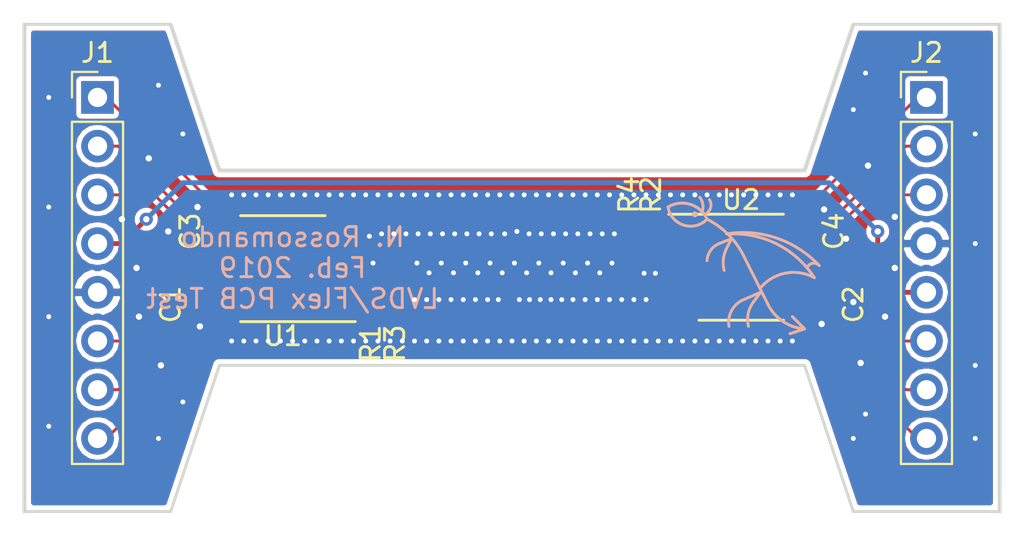
<source format=kicad_pcb>
(kicad_pcb (version 20171130) (host pcbnew 5.0.1)

  (general
    (thickness 1.6)
    (drawings 13)
    (tracks 444)
    (zones 0)
    (modules 13)
    (nets 23)
  )

  (page A4)
  (layers
    (0 F.Cu signal)
    (31 B.Cu signal)
    (32 B.Adhes user)
    (33 F.Adhes user)
    (34 B.Paste user)
    (35 F.Paste user)
    (36 B.SilkS user)
    (37 F.SilkS user)
    (38 B.Mask user)
    (39 F.Mask user)
    (40 Dwgs.User user)
    (41 Cmts.User user)
    (42 Eco1.User user)
    (43 Eco2.User user)
    (44 Edge.Cuts user)
    (45 Margin user)
    (46 B.CrtYd user)
    (47 F.CrtYd user)
    (48 B.Fab user)
    (49 F.Fab user)
  )

  (setup
    (last_trace_width 0.1524)
    (trace_clearance 0.1524)
    (zone_clearance 0.254)
    (zone_45_only no)
    (trace_min 0.1524)
    (segment_width 0.2)
    (edge_width 0.15)
    (via_size 0.508)
    (via_drill 0.254)
    (via_min_size 0.508)
    (via_min_drill 0.254)
    (user_via 0.508 0.254)
    (uvia_size 0.508)
    (uvia_drill 0.254)
    (uvias_allowed no)
    (uvia_min_size 0.2)
    (uvia_min_drill 0.1)
    (pcb_text_width 0.3)
    (pcb_text_size 1.5 1.5)
    (mod_edge_width 0.15)
    (mod_text_size 1 1)
    (mod_text_width 0.15)
    (pad_size 1.524 1.524)
    (pad_drill 0.762)
    (pad_to_mask_clearance 0.0508)
    (solder_mask_min_width 0.25)
    (aux_axis_origin 0 0)
    (visible_elements FFFFFF7F)
    (pcbplotparams
      (layerselection 0x010f0_ffffffff)
      (usegerberextensions true)
      (usegerberattributes false)
      (usegerberadvancedattributes false)
      (creategerberjobfile false)
      (excludeedgelayer true)
      (linewidth 0.100000)
      (plotframeref false)
      (viasonmask false)
      (mode 1)
      (useauxorigin false)
      (hpglpennumber 1)
      (hpglpenspeed 20)
      (hpglpendiameter 15.000000)
      (psnegative false)
      (psa4output false)
      (plotreference true)
      (plotvalue true)
      (plotinvisibletext false)
      (padsonsilk false)
      (subtractmaskfromsilk false)
      (outputformat 1)
      (mirror false)
      (drillshape 0)
      (scaleselection 1)
      (outputdirectory ""))
  )

  (net 0 "")
  (net 1 +3V3)
  (net 2 GND)
  (net 3 L_~EN~)
  (net 4 LDRV1)
  (net 5 LDRV2)
  (net 6 LREC2)
  (net 7 LREC1)
  (net 8 L_EN)
  (net 9 R_~EN~)
  (net 10 RDRV1)
  (net 11 RDRV2)
  (net 12 RREC2)
  (net 13 RREC1)
  (net 14 R_EN)
  (net 15 RDRV1+)
  (net 16 RDRV1-)
  (net 17 LDRV1+)
  (net 18 LDRV1-)
  (net 19 RDRV2-)
  (net 20 RDRV2+)
  (net 21 LDRV2-)
  (net 22 LDRV2+)

  (net_class Default "This is the default net class."
    (clearance 0.1524)
    (trace_width 0.1524)
    (via_dia 0.508)
    (via_drill 0.254)
    (uvia_dia 0.508)
    (uvia_drill 0.254)
    (diff_pair_gap 0.1524)
    (diff_pair_width 0.1524)
    (add_net GND)
    (add_net LDRV1)
    (add_net LDRV1+)
    (add_net LDRV1-)
    (add_net LDRV2)
    (add_net LDRV2+)
    (add_net LDRV2-)
    (add_net LREC1)
    (add_net LREC2)
    (add_net L_EN)
    (add_net L_~EN~)
    (add_net RDRV1)
    (add_net RDRV1+)
    (add_net RDRV1-)
    (add_net RDRV2)
    (add_net RDRV2+)
    (add_net RDRV2-)
    (add_net RREC1)
    (add_net RREC2)
    (add_net R_EN)
    (add_net R_~EN~)
  )

  (net_class PWR ""
    (clearance 0.254)
    (trace_width 0.254)
    (via_dia 0.6858)
    (via_drill 0.3302)
    (uvia_dia 0.6858)
    (uvia_drill 0.3302)
    (diff_pair_gap 0.1524)
    (diff_pair_width 0.1524)
    (add_net +3V3)
  )

  (module Capacitor_SMD:C_0402_1005Metric (layer F.Cu) (tedit 5B301BBE) (tstamp 5C77938A)
    (at 41.91 82.55 270)
    (descr "Capacitor SMD 0402 (1005 Metric), square (rectangular) end terminal, IPC_7351 nominal, (Body size source: http://www.tortai-tech.com/upload/download/2011102023233369053.pdf), generated with kicad-footprint-generator")
    (tags capacitor)
    (path /5C6B7F38)
    (attr smd)
    (fp_text reference C1 (at 1.905 0 270) (layer F.SilkS)
      (effects (font (size 1 1) (thickness 0.15)))
    )
    (fp_text value 0.1uF (at 0 1.17 270) (layer F.Fab)
      (effects (font (size 1 1) (thickness 0.15)))
    )
    (fp_line (start -0.5 0.25) (end -0.5 -0.25) (layer F.Fab) (width 0.1))
    (fp_line (start -0.5 -0.25) (end 0.5 -0.25) (layer F.Fab) (width 0.1))
    (fp_line (start 0.5 -0.25) (end 0.5 0.25) (layer F.Fab) (width 0.1))
    (fp_line (start 0.5 0.25) (end -0.5 0.25) (layer F.Fab) (width 0.1))
    (fp_line (start -0.93 0.47) (end -0.93 -0.47) (layer F.CrtYd) (width 0.05))
    (fp_line (start -0.93 -0.47) (end 0.93 -0.47) (layer F.CrtYd) (width 0.05))
    (fp_line (start 0.93 -0.47) (end 0.93 0.47) (layer F.CrtYd) (width 0.05))
    (fp_line (start 0.93 0.47) (end -0.93 0.47) (layer F.CrtYd) (width 0.05))
    (fp_text user %R (at 0 0 270) (layer F.Fab)
      (effects (font (size 0.25 0.25) (thickness 0.04)))
    )
    (pad 1 smd roundrect (at -0.485 0 270) (size 0.59 0.64) (layers F.Cu F.Paste F.Mask) (roundrect_rratio 0.25)
      (net 1 +3V3))
    (pad 2 smd roundrect (at 0.485 0 270) (size 0.59 0.64) (layers F.Cu F.Paste F.Mask) (roundrect_rratio 0.25)
      (net 2 GND))
    (model ${KISYS3DMOD}/Capacitor_SMD.3dshapes/C_0402_1005Metric.wrl
      (at (xyz 0 0 0))
      (scale (xyz 1 1 1))
      (rotate (xyz 0 0 0))
    )
  )

  (module Capacitor_SMD:C_0402_1005Metric (layer F.Cu) (tedit 5B301BBE) (tstamp 5C778B0B)
    (at 77.47 82.55 90)
    (descr "Capacitor SMD 0402 (1005 Metric), square (rectangular) end terminal, IPC_7351 nominal, (Body size source: http://www.tortai-tech.com/upload/download/2011102023233369053.pdf), generated with kicad-footprint-generator")
    (tags capacitor)
    (path /5C6BC6EE)
    (attr smd)
    (fp_text reference C2 (at -1.905 0 90) (layer F.SilkS)
      (effects (font (size 1 1) (thickness 0.15)))
    )
    (fp_text value 0.1uF (at 0 1.17 90) (layer F.Fab)
      (effects (font (size 1 1) (thickness 0.15)))
    )
    (fp_line (start -0.5 0.25) (end -0.5 -0.25) (layer F.Fab) (width 0.1))
    (fp_line (start -0.5 -0.25) (end 0.5 -0.25) (layer F.Fab) (width 0.1))
    (fp_line (start 0.5 -0.25) (end 0.5 0.25) (layer F.Fab) (width 0.1))
    (fp_line (start 0.5 0.25) (end -0.5 0.25) (layer F.Fab) (width 0.1))
    (fp_line (start -0.93 0.47) (end -0.93 -0.47) (layer F.CrtYd) (width 0.05))
    (fp_line (start -0.93 -0.47) (end 0.93 -0.47) (layer F.CrtYd) (width 0.05))
    (fp_line (start 0.93 -0.47) (end 0.93 0.47) (layer F.CrtYd) (width 0.05))
    (fp_line (start 0.93 0.47) (end -0.93 0.47) (layer F.CrtYd) (width 0.05))
    (fp_text user %R (at 0 0 90) (layer F.Fab)
      (effects (font (size 0.25 0.25) (thickness 0.04)))
    )
    (pad 1 smd roundrect (at -0.485 0 90) (size 0.59 0.64) (layers F.Cu F.Paste F.Mask) (roundrect_rratio 0.25)
      (net 1 +3V3))
    (pad 2 smd roundrect (at 0.485 0 90) (size 0.59 0.64) (layers F.Cu F.Paste F.Mask) (roundrect_rratio 0.25)
      (net 2 GND))
    (model ${KISYS3DMOD}/Capacitor_SMD.3dshapes/C_0402_1005Metric.wrl
      (at (xyz 0 0 0))
      (scale (xyz 1 1 1))
      (rotate (xyz 0 0 0))
    )
  )

  (module Capacitor_SMD:C_0402_1005Metric (layer F.Cu) (tedit 5B301BBE) (tstamp 5C7794DF)
    (at 42.926 82.55 270)
    (descr "Capacitor SMD 0402 (1005 Metric), square (rectangular) end terminal, IPC_7351 nominal, (Body size source: http://www.tortai-tech.com/upload/download/2011102023233369053.pdf), generated with kicad-footprint-generator")
    (tags capacitor)
    (path /5C6B7F7A)
    (attr smd)
    (fp_text reference C3 (at -1.905 0 270) (layer F.SilkS)
      (effects (font (size 1 1) (thickness 0.15)))
    )
    (fp_text value 0.004uF (at 0 1.17 270) (layer F.Fab)
      (effects (font (size 1 1) (thickness 0.15)))
    )
    (fp_text user %R (at 0 0 270) (layer F.Fab)
      (effects (font (size 0.25 0.25) (thickness 0.04)))
    )
    (fp_line (start 0.93 0.47) (end -0.93 0.47) (layer F.CrtYd) (width 0.05))
    (fp_line (start 0.93 -0.47) (end 0.93 0.47) (layer F.CrtYd) (width 0.05))
    (fp_line (start -0.93 -0.47) (end 0.93 -0.47) (layer F.CrtYd) (width 0.05))
    (fp_line (start -0.93 0.47) (end -0.93 -0.47) (layer F.CrtYd) (width 0.05))
    (fp_line (start 0.5 0.25) (end -0.5 0.25) (layer F.Fab) (width 0.1))
    (fp_line (start 0.5 -0.25) (end 0.5 0.25) (layer F.Fab) (width 0.1))
    (fp_line (start -0.5 -0.25) (end 0.5 -0.25) (layer F.Fab) (width 0.1))
    (fp_line (start -0.5 0.25) (end -0.5 -0.25) (layer F.Fab) (width 0.1))
    (pad 2 smd roundrect (at 0.485 0 270) (size 0.59 0.64) (layers F.Cu F.Paste F.Mask) (roundrect_rratio 0.25)
      (net 2 GND))
    (pad 1 smd roundrect (at -0.485 0 270) (size 0.59 0.64) (layers F.Cu F.Paste F.Mask) (roundrect_rratio 0.25)
      (net 1 +3V3))
    (model ${KISYS3DMOD}/Capacitor_SMD.3dshapes/C_0402_1005Metric.wrl
      (at (xyz 0 0 0))
      (scale (xyz 1 1 1))
      (rotate (xyz 0 0 0))
    )
  )

  (module Capacitor_SMD:C_0402_1005Metric (layer F.Cu) (tedit 5B301BBE) (tstamp 5C778B29)
    (at 76.454 82.55 90)
    (descr "Capacitor SMD 0402 (1005 Metric), square (rectangular) end terminal, IPC_7351 nominal, (Body size source: http://www.tortai-tech.com/upload/download/2011102023233369053.pdf), generated with kicad-footprint-generator")
    (tags capacitor)
    (path /5C6BC740)
    (attr smd)
    (fp_text reference C4 (at 1.905 0 90) (layer F.SilkS)
      (effects (font (size 1 1) (thickness 0.15)))
    )
    (fp_text value 0.004uF (at 0 1.17 90) (layer F.Fab)
      (effects (font (size 1 1) (thickness 0.15)))
    )
    (fp_text user %R (at 0 0 90) (layer F.Fab)
      (effects (font (size 0.25 0.25) (thickness 0.04)))
    )
    (fp_line (start 0.93 0.47) (end -0.93 0.47) (layer F.CrtYd) (width 0.05))
    (fp_line (start 0.93 -0.47) (end 0.93 0.47) (layer F.CrtYd) (width 0.05))
    (fp_line (start -0.93 -0.47) (end 0.93 -0.47) (layer F.CrtYd) (width 0.05))
    (fp_line (start -0.93 0.47) (end -0.93 -0.47) (layer F.CrtYd) (width 0.05))
    (fp_line (start 0.5 0.25) (end -0.5 0.25) (layer F.Fab) (width 0.1))
    (fp_line (start 0.5 -0.25) (end 0.5 0.25) (layer F.Fab) (width 0.1))
    (fp_line (start -0.5 -0.25) (end 0.5 -0.25) (layer F.Fab) (width 0.1))
    (fp_line (start -0.5 0.25) (end -0.5 -0.25) (layer F.Fab) (width 0.1))
    (pad 2 smd roundrect (at 0.485 0 90) (size 0.59 0.64) (layers F.Cu F.Paste F.Mask) (roundrect_rratio 0.25)
      (net 2 GND))
    (pad 1 smd roundrect (at -0.485 0 90) (size 0.59 0.64) (layers F.Cu F.Paste F.Mask) (roundrect_rratio 0.25)
      (net 1 +3V3))
    (model ${KISYS3DMOD}/Capacitor_SMD.3dshapes/C_0402_1005Metric.wrl
      (at (xyz 0 0 0))
      (scale (xyz 1 1 1))
      (rotate (xyz 0 0 0))
    )
  )

  (module Connector_PinHeader_2.54mm:PinHeader_1x08_P2.54mm_Vertical (layer F.Cu) (tedit 59FED5CC) (tstamp 5C77971F)
    (at 38.1 73.66)
    (descr "Through hole straight pin header, 1x08, 2.54mm pitch, single row")
    (tags "Through hole pin header THT 1x08 2.54mm single row")
    (path /5C6D0E93)
    (fp_text reference J1 (at 0 -2.33) (layer F.SilkS)
      (effects (font (size 1 1) (thickness 0.15)))
    )
    (fp_text value Conn_01x08 (at 0 20.11) (layer F.Fab)
      (effects (font (size 1 1) (thickness 0.15)))
    )
    (fp_line (start -0.635 -1.27) (end 1.27 -1.27) (layer F.Fab) (width 0.1))
    (fp_line (start 1.27 -1.27) (end 1.27 19.05) (layer F.Fab) (width 0.1))
    (fp_line (start 1.27 19.05) (end -1.27 19.05) (layer F.Fab) (width 0.1))
    (fp_line (start -1.27 19.05) (end -1.27 -0.635) (layer F.Fab) (width 0.1))
    (fp_line (start -1.27 -0.635) (end -0.635 -1.27) (layer F.Fab) (width 0.1))
    (fp_line (start -1.33 19.11) (end 1.33 19.11) (layer F.SilkS) (width 0.12))
    (fp_line (start -1.33 1.27) (end -1.33 19.11) (layer F.SilkS) (width 0.12))
    (fp_line (start 1.33 1.27) (end 1.33 19.11) (layer F.SilkS) (width 0.12))
    (fp_line (start -1.33 1.27) (end 1.33 1.27) (layer F.SilkS) (width 0.12))
    (fp_line (start -1.33 0) (end -1.33 -1.33) (layer F.SilkS) (width 0.12))
    (fp_line (start -1.33 -1.33) (end 0 -1.33) (layer F.SilkS) (width 0.12))
    (fp_line (start -1.8 -1.8) (end -1.8 19.55) (layer F.CrtYd) (width 0.05))
    (fp_line (start -1.8 19.55) (end 1.8 19.55) (layer F.CrtYd) (width 0.05))
    (fp_line (start 1.8 19.55) (end 1.8 -1.8) (layer F.CrtYd) (width 0.05))
    (fp_line (start 1.8 -1.8) (end -1.8 -1.8) (layer F.CrtYd) (width 0.05))
    (fp_text user %R (at 0 8.89 90) (layer F.Fab)
      (effects (font (size 1 1) (thickness 0.15)))
    )
    (pad 1 thru_hole rect (at 0 0) (size 1.7 1.7) (drill 1) (layers *.Cu *.Mask)
      (net 3 L_~EN~))
    (pad 2 thru_hole oval (at 0 2.54) (size 1.7 1.7) (drill 1) (layers *.Cu *.Mask)
      (net 4 LDRV1))
    (pad 3 thru_hole oval (at 0 5.08) (size 1.7 1.7) (drill 1) (layers *.Cu *.Mask)
      (net 5 LDRV2))
    (pad 4 thru_hole oval (at 0 7.62) (size 1.7 1.7) (drill 1) (layers *.Cu *.Mask)
      (net 1 +3V3))
    (pad 5 thru_hole oval (at 0 10.16) (size 1.7 1.7) (drill 1) (layers *.Cu *.Mask)
      (net 2 GND))
    (pad 6 thru_hole oval (at 0 12.7) (size 1.7 1.7) (drill 1) (layers *.Cu *.Mask)
      (net 6 LREC2))
    (pad 7 thru_hole oval (at 0 15.24) (size 1.7 1.7) (drill 1) (layers *.Cu *.Mask)
      (net 7 LREC1))
    (pad 8 thru_hole oval (at 0 17.78) (size 1.7 1.7) (drill 1) (layers *.Cu *.Mask)
      (net 8 L_EN))
    (model ${KISYS3DMOD}/Connector_PinHeader_2.54mm.3dshapes/PinHeader_1x08_P2.54mm_Vertical.wrl
      (at (xyz 0 0 0))
      (scale (xyz 1 1 1))
      (rotate (xyz 0 0 0))
    )
  )

  (module Connector_PinHeader_2.54mm:PinHeader_1x08_P2.54mm_Vertical (layer F.Cu) (tedit 59FED5CC) (tstamp 5C778B61)
    (at 81.28 73.66)
    (descr "Through hole straight pin header, 1x08, 2.54mm pitch, single row")
    (tags "Through hole pin header THT 1x08 2.54mm single row")
    (path /5C6D0EF1)
    (fp_text reference J2 (at 0 -2.33) (layer F.SilkS)
      (effects (font (size 1 1) (thickness 0.15)))
    )
    (fp_text value Conn_01x08 (at 0 20.11) (layer F.Fab)
      (effects (font (size 1 1) (thickness 0.15)))
    )
    (fp_text user %R (at 0 8.89 90) (layer F.Fab)
      (effects (font (size 1 1) (thickness 0.15)))
    )
    (fp_line (start 1.8 -1.8) (end -1.8 -1.8) (layer F.CrtYd) (width 0.05))
    (fp_line (start 1.8 19.55) (end 1.8 -1.8) (layer F.CrtYd) (width 0.05))
    (fp_line (start -1.8 19.55) (end 1.8 19.55) (layer F.CrtYd) (width 0.05))
    (fp_line (start -1.8 -1.8) (end -1.8 19.55) (layer F.CrtYd) (width 0.05))
    (fp_line (start -1.33 -1.33) (end 0 -1.33) (layer F.SilkS) (width 0.12))
    (fp_line (start -1.33 0) (end -1.33 -1.33) (layer F.SilkS) (width 0.12))
    (fp_line (start -1.33 1.27) (end 1.33 1.27) (layer F.SilkS) (width 0.12))
    (fp_line (start 1.33 1.27) (end 1.33 19.11) (layer F.SilkS) (width 0.12))
    (fp_line (start -1.33 1.27) (end -1.33 19.11) (layer F.SilkS) (width 0.12))
    (fp_line (start -1.33 19.11) (end 1.33 19.11) (layer F.SilkS) (width 0.12))
    (fp_line (start -1.27 -0.635) (end -0.635 -1.27) (layer F.Fab) (width 0.1))
    (fp_line (start -1.27 19.05) (end -1.27 -0.635) (layer F.Fab) (width 0.1))
    (fp_line (start 1.27 19.05) (end -1.27 19.05) (layer F.Fab) (width 0.1))
    (fp_line (start 1.27 -1.27) (end 1.27 19.05) (layer F.Fab) (width 0.1))
    (fp_line (start -0.635 -1.27) (end 1.27 -1.27) (layer F.Fab) (width 0.1))
    (pad 8 thru_hole oval (at 0 17.78) (size 1.7 1.7) (drill 1) (layers *.Cu *.Mask)
      (net 9 R_~EN~))
    (pad 7 thru_hole oval (at 0 15.24) (size 1.7 1.7) (drill 1) (layers *.Cu *.Mask)
      (net 10 RDRV1))
    (pad 6 thru_hole oval (at 0 12.7) (size 1.7 1.7) (drill 1) (layers *.Cu *.Mask)
      (net 11 RDRV2))
    (pad 5 thru_hole oval (at 0 10.16) (size 1.7 1.7) (drill 1) (layers *.Cu *.Mask)
      (net 1 +3V3))
    (pad 4 thru_hole oval (at 0 7.62) (size 1.7 1.7) (drill 1) (layers *.Cu *.Mask)
      (net 2 GND))
    (pad 3 thru_hole oval (at 0 5.08) (size 1.7 1.7) (drill 1) (layers *.Cu *.Mask)
      (net 12 RREC2))
    (pad 2 thru_hole oval (at 0 2.54) (size 1.7 1.7) (drill 1) (layers *.Cu *.Mask)
      (net 13 RREC1))
    (pad 1 thru_hole rect (at 0 0) (size 1.7 1.7) (drill 1) (layers *.Cu *.Mask)
      (net 14 R_EN))
    (model ${KISYS3DMOD}/Connector_PinHeader_2.54mm.3dshapes/PinHeader_1x08_P2.54mm_Vertical.wrl
      (at (xyz 0 0 0))
      (scale (xyz 1 1 1))
      (rotate (xyz 0 0 0))
    )
  )

  (module Resistor_SMD:R_0402_1005Metric (layer F.Cu) (tedit 5B301BBD) (tstamp 5C778B70)
    (at 52.451 84.582 270)
    (descr "Resistor SMD 0402 (1005 Metric), square (rectangular) end terminal, IPC_7351 nominal, (Body size source: http://www.tortai-tech.com/upload/download/2011102023233369053.pdf), generated with kicad-footprint-generator")
    (tags resistor)
    (path /5C6B97A5)
    (attr smd)
    (fp_text reference R1 (at 1.905 0.127 270) (layer F.SilkS)
      (effects (font (size 1 1) (thickness 0.15)))
    )
    (fp_text value 100 (at 0 1.17 270) (layer F.Fab)
      (effects (font (size 1 1) (thickness 0.15)))
    )
    (fp_line (start -0.5 0.25) (end -0.5 -0.25) (layer F.Fab) (width 0.1))
    (fp_line (start -0.5 -0.25) (end 0.5 -0.25) (layer F.Fab) (width 0.1))
    (fp_line (start 0.5 -0.25) (end 0.5 0.25) (layer F.Fab) (width 0.1))
    (fp_line (start 0.5 0.25) (end -0.5 0.25) (layer F.Fab) (width 0.1))
    (fp_line (start -0.93 0.47) (end -0.93 -0.47) (layer F.CrtYd) (width 0.05))
    (fp_line (start -0.93 -0.47) (end 0.93 -0.47) (layer F.CrtYd) (width 0.05))
    (fp_line (start 0.93 -0.47) (end 0.93 0.47) (layer F.CrtYd) (width 0.05))
    (fp_line (start 0.93 0.47) (end -0.93 0.47) (layer F.CrtYd) (width 0.05))
    (fp_text user %R (at 0 0 270) (layer F.Fab)
      (effects (font (size 0.25 0.25) (thickness 0.04)))
    )
    (pad 1 smd roundrect (at -0.485 0 270) (size 0.59 0.64) (layers F.Cu F.Paste F.Mask) (roundrect_rratio 0.25)
      (net 15 RDRV1+))
    (pad 2 smd roundrect (at 0.485 0 270) (size 0.59 0.64) (layers F.Cu F.Paste F.Mask) (roundrect_rratio 0.25)
      (net 16 RDRV1-))
    (model ${KISYS3DMOD}/Resistor_SMD.3dshapes/R_0402_1005Metric.wrl
      (at (xyz 0 0 0))
      (scale (xyz 1 1 1))
      (rotate (xyz 0 0 0))
    )
  )

  (module Resistor_SMD:R_0402_1005Metric (layer F.Cu) (tedit 5B301BBD) (tstamp 5C778B7F)
    (at 66.929 80.645 90)
    (descr "Resistor SMD 0402 (1005 Metric), square (rectangular) end terminal, IPC_7351 nominal, (Body size source: http://www.tortai-tech.com/upload/download/2011102023233369053.pdf), generated with kicad-footprint-generator")
    (tags resistor)
    (path /5C6C3906)
    (attr smd)
    (fp_text reference R2 (at 1.905 0 90) (layer F.SilkS)
      (effects (font (size 1 1) (thickness 0.15)))
    )
    (fp_text value 100 (at 0 1.17 90) (layer F.Fab)
      (effects (font (size 1 1) (thickness 0.15)))
    )
    (fp_line (start -0.5 0.25) (end -0.5 -0.25) (layer F.Fab) (width 0.1))
    (fp_line (start -0.5 -0.25) (end 0.5 -0.25) (layer F.Fab) (width 0.1))
    (fp_line (start 0.5 -0.25) (end 0.5 0.25) (layer F.Fab) (width 0.1))
    (fp_line (start 0.5 0.25) (end -0.5 0.25) (layer F.Fab) (width 0.1))
    (fp_line (start -0.93 0.47) (end -0.93 -0.47) (layer F.CrtYd) (width 0.05))
    (fp_line (start -0.93 -0.47) (end 0.93 -0.47) (layer F.CrtYd) (width 0.05))
    (fp_line (start 0.93 -0.47) (end 0.93 0.47) (layer F.CrtYd) (width 0.05))
    (fp_line (start 0.93 0.47) (end -0.93 0.47) (layer F.CrtYd) (width 0.05))
    (fp_text user %R (at 0 0 90) (layer F.Fab)
      (effects (font (size 0.25 0.25) (thickness 0.04)))
    )
    (pad 1 smd roundrect (at -0.485 0 90) (size 0.59 0.64) (layers F.Cu F.Paste F.Mask) (roundrect_rratio 0.25)
      (net 17 LDRV1+))
    (pad 2 smd roundrect (at 0.485 0 90) (size 0.59 0.64) (layers F.Cu F.Paste F.Mask) (roundrect_rratio 0.25)
      (net 18 LDRV1-))
    (model ${KISYS3DMOD}/Resistor_SMD.3dshapes/R_0402_1005Metric.wrl
      (at (xyz 0 0 0))
      (scale (xyz 1 1 1))
      (rotate (xyz 0 0 0))
    )
  )

  (module Resistor_SMD:R_0402_1005Metric (layer F.Cu) (tedit 5B301BBD) (tstamp 5C778B8E)
    (at 53.594 83.185 90)
    (descr "Resistor SMD 0402 (1005 Metric), square (rectangular) end terminal, IPC_7351 nominal, (Body size source: http://www.tortai-tech.com/upload/download/2011102023233369053.pdf), generated with kicad-footprint-generator")
    (tags resistor)
    (path /5C6B984D)
    (attr smd)
    (fp_text reference R3 (at -3.302 0 90) (layer F.SilkS)
      (effects (font (size 1 1) (thickness 0.15)))
    )
    (fp_text value 100 (at 0 1.17 90) (layer F.Fab)
      (effects (font (size 1 1) (thickness 0.15)))
    )
    (fp_text user %R (at 0 0 90) (layer F.Fab)
      (effects (font (size 0.25 0.25) (thickness 0.04)))
    )
    (fp_line (start 0.93 0.47) (end -0.93 0.47) (layer F.CrtYd) (width 0.05))
    (fp_line (start 0.93 -0.47) (end 0.93 0.47) (layer F.CrtYd) (width 0.05))
    (fp_line (start -0.93 -0.47) (end 0.93 -0.47) (layer F.CrtYd) (width 0.05))
    (fp_line (start -0.93 0.47) (end -0.93 -0.47) (layer F.CrtYd) (width 0.05))
    (fp_line (start 0.5 0.25) (end -0.5 0.25) (layer F.Fab) (width 0.1))
    (fp_line (start 0.5 -0.25) (end 0.5 0.25) (layer F.Fab) (width 0.1))
    (fp_line (start -0.5 -0.25) (end 0.5 -0.25) (layer F.Fab) (width 0.1))
    (fp_line (start -0.5 0.25) (end -0.5 -0.25) (layer F.Fab) (width 0.1))
    (pad 2 smd roundrect (at 0.485 0 90) (size 0.59 0.64) (layers F.Cu F.Paste F.Mask) (roundrect_rratio 0.25)
      (net 19 RDRV2-))
    (pad 1 smd roundrect (at -0.485 0 90) (size 0.59 0.64) (layers F.Cu F.Paste F.Mask) (roundrect_rratio 0.25)
      (net 20 RDRV2+))
    (model ${KISYS3DMOD}/Resistor_SMD.3dshapes/R_0402_1005Metric.wrl
      (at (xyz 0 0 0))
      (scale (xyz 1 1 1))
      (rotate (xyz 0 0 0))
    )
  )

  (module Resistor_SMD:R_0402_1005Metric (layer F.Cu) (tedit 5B301BBD) (tstamp 5C77961D)
    (at 65.786 81.915 270)
    (descr "Resistor SMD 0402 (1005 Metric), square (rectangular) end terminal, IPC_7351 nominal, (Body size source: http://www.tortai-tech.com/upload/download/2011102023233369053.pdf), generated with kicad-footprint-generator")
    (tags resistor)
    (path /5C6C3978)
    (attr smd)
    (fp_text reference R4 (at -3.175 0 270) (layer F.SilkS)
      (effects (font (size 1 1) (thickness 0.15)))
    )
    (fp_text value 100 (at 0 1.17 270) (layer F.Fab)
      (effects (font (size 1 1) (thickness 0.15)))
    )
    (fp_text user %R (at 0 0 270) (layer F.Fab)
      (effects (font (size 0.25 0.25) (thickness 0.04)))
    )
    (fp_line (start 0.93 0.47) (end -0.93 0.47) (layer F.CrtYd) (width 0.05))
    (fp_line (start 0.93 -0.47) (end 0.93 0.47) (layer F.CrtYd) (width 0.05))
    (fp_line (start -0.93 -0.47) (end 0.93 -0.47) (layer F.CrtYd) (width 0.05))
    (fp_line (start -0.93 0.47) (end -0.93 -0.47) (layer F.CrtYd) (width 0.05))
    (fp_line (start 0.5 0.25) (end -0.5 0.25) (layer F.Fab) (width 0.1))
    (fp_line (start 0.5 -0.25) (end 0.5 0.25) (layer F.Fab) (width 0.1))
    (fp_line (start -0.5 -0.25) (end 0.5 -0.25) (layer F.Fab) (width 0.1))
    (fp_line (start -0.5 0.25) (end -0.5 -0.25) (layer F.Fab) (width 0.1))
    (pad 2 smd roundrect (at 0.485 0 270) (size 0.59 0.64) (layers F.Cu F.Paste F.Mask) (roundrect_rratio 0.25)
      (net 21 LDRV2-))
    (pad 1 smd roundrect (at -0.485 0 270) (size 0.59 0.64) (layers F.Cu F.Paste F.Mask) (roundrect_rratio 0.25)
      (net 22 LDRV2+))
    (model ${KISYS3DMOD}/Resistor_SMD.3dshapes/R_0402_1005Metric.wrl
      (at (xyz 0 0 0))
      (scale (xyz 1 1 1))
      (rotate (xyz 0 0 0))
    )
  )

  (module Package_SO:TSSOP-16_4.4x5mm_P0.65mm (layer F.Cu) (tedit 5A02F25C) (tstamp 5C778EC3)
    (at 47.752 82.55 180)
    (descr "16-Lead Plastic Thin Shrink Small Outline (ST)-4.4 mm Body [TSSOP] (see Microchip Packaging Specification 00000049BS.pdf)")
    (tags "SSOP 0.65")
    (path /5C6B7C73)
    (attr smd)
    (fp_text reference U1 (at 0 -3.55 180) (layer F.SilkS)
      (effects (font (size 1 1) (thickness 0.15)))
    )
    (fp_text value SN65LVDS049PWR (at 0 3.55 180) (layer F.Fab)
      (effects (font (size 1 1) (thickness 0.15)))
    )
    (fp_line (start -1.2 -2.5) (end 2.2 -2.5) (layer F.Fab) (width 0.15))
    (fp_line (start 2.2 -2.5) (end 2.2 2.5) (layer F.Fab) (width 0.15))
    (fp_line (start 2.2 2.5) (end -2.2 2.5) (layer F.Fab) (width 0.15))
    (fp_line (start -2.2 2.5) (end -2.2 -1.5) (layer F.Fab) (width 0.15))
    (fp_line (start -2.2 -1.5) (end -1.2 -2.5) (layer F.Fab) (width 0.15))
    (fp_line (start -3.95 -2.9) (end -3.95 2.8) (layer F.CrtYd) (width 0.05))
    (fp_line (start 3.95 -2.9) (end 3.95 2.8) (layer F.CrtYd) (width 0.05))
    (fp_line (start -3.95 -2.9) (end 3.95 -2.9) (layer F.CrtYd) (width 0.05))
    (fp_line (start -3.95 2.8) (end 3.95 2.8) (layer F.CrtYd) (width 0.05))
    (fp_line (start -2.2 2.725) (end 2.2 2.725) (layer F.SilkS) (width 0.15))
    (fp_line (start -3.775 -2.8) (end 2.2 -2.8) (layer F.SilkS) (width 0.15))
    (fp_text user %R (at 0 0 180) (layer F.Fab)
      (effects (font (size 0.8 0.8) (thickness 0.15)))
    )
    (pad 1 smd rect (at -2.95 -2.275 180) (size 1.5 0.45) (layers F.Cu F.Paste F.Mask)
      (net 16 RDRV1-))
    (pad 2 smd rect (at -2.95 -1.625 180) (size 1.5 0.45) (layers F.Cu F.Paste F.Mask)
      (net 15 RDRV1+))
    (pad 3 smd rect (at -2.95 -0.975 180) (size 1.5 0.45) (layers F.Cu F.Paste F.Mask)
      (net 20 RDRV2+))
    (pad 4 smd rect (at -2.95 -0.325 180) (size 1.5 0.45) (layers F.Cu F.Paste F.Mask)
      (net 19 RDRV2-))
    (pad 5 smd rect (at -2.95 0.325 180) (size 1.5 0.45) (layers F.Cu F.Paste F.Mask)
      (net 21 LDRV2-))
    (pad 6 smd rect (at -2.95 0.975 180) (size 1.5 0.45) (layers F.Cu F.Paste F.Mask)
      (net 22 LDRV2+))
    (pad 7 smd rect (at -2.95 1.625 180) (size 1.5 0.45) (layers F.Cu F.Paste F.Mask)
      (net 17 LDRV1+))
    (pad 8 smd rect (at -2.95 2.275 180) (size 1.5 0.45) (layers F.Cu F.Paste F.Mask)
      (net 18 LDRV1-))
    (pad 9 smd rect (at 2.95 2.275 180) (size 1.5 0.45) (layers F.Cu F.Paste F.Mask)
      (net 3 L_~EN~))
    (pad 10 smd rect (at 2.95 1.625 180) (size 1.5 0.45) (layers F.Cu F.Paste F.Mask)
      (net 4 LDRV1))
    (pad 11 smd rect (at 2.95 0.975 180) (size 1.5 0.45) (layers F.Cu F.Paste F.Mask)
      (net 5 LDRV2))
    (pad 12 smd rect (at 2.95 0.325 180) (size 1.5 0.45) (layers F.Cu F.Paste F.Mask)
      (net 1 +3V3))
    (pad 13 smd rect (at 2.95 -0.325 180) (size 1.5 0.45) (layers F.Cu F.Paste F.Mask)
      (net 2 GND))
    (pad 14 smd rect (at 2.95 -0.975 180) (size 1.5 0.45) (layers F.Cu F.Paste F.Mask)
      (net 6 LREC2))
    (pad 15 smd rect (at 2.95 -1.625 180) (size 1.5 0.45) (layers F.Cu F.Paste F.Mask)
      (net 7 LREC1))
    (pad 16 smd rect (at 2.95 -2.275 180) (size 1.5 0.45) (layers F.Cu F.Paste F.Mask)
      (net 8 L_EN))
    (model ${KISYS3DMOD}/Package_SO.3dshapes/TSSOP-16_4.4x5mm_P0.65mm.wrl
      (at (xyz 0 0 0))
      (scale (xyz 1 1 1))
      (rotate (xyz 0 0 0))
    )
  )

  (module Package_SO:TSSOP-16_4.4x5mm_P0.65mm (layer F.Cu) (tedit 5A02F25C) (tstamp 5C779013)
    (at 71.628 82.55)
    (descr "16-Lead Plastic Thin Shrink Small Outline (ST)-4.4 mm Body [TSSOP] (see Microchip Packaging Specification 00000049BS.pdf)")
    (tags "SSOP 0.65")
    (path /5C6BC657)
    (attr smd)
    (fp_text reference U2 (at 0 -3.55) (layer F.SilkS)
      (effects (font (size 1 1) (thickness 0.15)))
    )
    (fp_text value SN65LVDS049PWR (at 0 3.55) (layer F.Fab)
      (effects (font (size 1 1) (thickness 0.15)))
    )
    (fp_text user %R (at 0 0) (layer F.Fab)
      (effects (font (size 0.8 0.8) (thickness 0.15)))
    )
    (fp_line (start -3.775 -2.8) (end 2.2 -2.8) (layer F.SilkS) (width 0.15))
    (fp_line (start -2.2 2.725) (end 2.2 2.725) (layer F.SilkS) (width 0.15))
    (fp_line (start -3.95 2.8) (end 3.95 2.8) (layer F.CrtYd) (width 0.05))
    (fp_line (start -3.95 -2.9) (end 3.95 -2.9) (layer F.CrtYd) (width 0.05))
    (fp_line (start 3.95 -2.9) (end 3.95 2.8) (layer F.CrtYd) (width 0.05))
    (fp_line (start -3.95 -2.9) (end -3.95 2.8) (layer F.CrtYd) (width 0.05))
    (fp_line (start -2.2 -1.5) (end -1.2 -2.5) (layer F.Fab) (width 0.15))
    (fp_line (start -2.2 2.5) (end -2.2 -1.5) (layer F.Fab) (width 0.15))
    (fp_line (start 2.2 2.5) (end -2.2 2.5) (layer F.Fab) (width 0.15))
    (fp_line (start 2.2 -2.5) (end 2.2 2.5) (layer F.Fab) (width 0.15))
    (fp_line (start -1.2 -2.5) (end 2.2 -2.5) (layer F.Fab) (width 0.15))
    (pad 16 smd rect (at 2.95 -2.275) (size 1.5 0.45) (layers F.Cu F.Paste F.Mask)
      (net 14 R_EN))
    (pad 15 smd rect (at 2.95 -1.625) (size 1.5 0.45) (layers F.Cu F.Paste F.Mask)
      (net 13 RREC1))
    (pad 14 smd rect (at 2.95 -0.975) (size 1.5 0.45) (layers F.Cu F.Paste F.Mask)
      (net 12 RREC2))
    (pad 13 smd rect (at 2.95 -0.325) (size 1.5 0.45) (layers F.Cu F.Paste F.Mask)
      (net 2 GND))
    (pad 12 smd rect (at 2.95 0.325) (size 1.5 0.45) (layers F.Cu F.Paste F.Mask)
      (net 1 +3V3))
    (pad 11 smd rect (at 2.95 0.975) (size 1.5 0.45) (layers F.Cu F.Paste F.Mask)
      (net 11 RDRV2))
    (pad 10 smd rect (at 2.95 1.625) (size 1.5 0.45) (layers F.Cu F.Paste F.Mask)
      (net 10 RDRV1))
    (pad 9 smd rect (at 2.95 2.275) (size 1.5 0.45) (layers F.Cu F.Paste F.Mask)
      (net 9 R_~EN~))
    (pad 8 smd rect (at -2.95 2.275) (size 1.5 0.45) (layers F.Cu F.Paste F.Mask)
      (net 16 RDRV1-))
    (pad 7 smd rect (at -2.95 1.625) (size 1.5 0.45) (layers F.Cu F.Paste F.Mask)
      (net 15 RDRV1+))
    (pad 6 smd rect (at -2.95 0.975) (size 1.5 0.45) (layers F.Cu F.Paste F.Mask)
      (net 20 RDRV2+))
    (pad 5 smd rect (at -2.95 0.325) (size 1.5 0.45) (layers F.Cu F.Paste F.Mask)
      (net 19 RDRV2-))
    (pad 4 smd rect (at -2.95 -0.325) (size 1.5 0.45) (layers F.Cu F.Paste F.Mask)
      (net 21 LDRV2-))
    (pad 3 smd rect (at -2.95 -0.975) (size 1.5 0.45) (layers F.Cu F.Paste F.Mask)
      (net 22 LDRV2+))
    (pad 2 smd rect (at -2.95 -1.625) (size 1.5 0.45) (layers F.Cu F.Paste F.Mask)
      (net 17 LDRV1+))
    (pad 1 smd rect (at -2.95 -2.275) (size 1.5 0.45) (layers F.Cu F.Paste F.Mask)
      (net 18 LDRV1-))
    (model ${KISYS3DMOD}/Package_SO.3dshapes/TSSOP-16_4.4x5mm_P0.65mm.wrl
      (at (xyz 0 0 0))
      (scale (xyz 1 1 1))
      (rotate (xyz 0 0 0))
    )
  )

  (module Dragon:DRAGON2 (layer B.Cu) (tedit 5C6BACB0) (tstamp 5C8C11E7)
    (at 72.39 83.185 180)
    (fp_text reference Ref** (at 0 0 180) (layer Cmts.User)
      (effects (font (size 1.27 1.27) (thickness 0.15)))
    )
    (fp_text value Val** (at 0 0 180) (layer Cmts.User)
      (effects (font (size 1.27 1.27) (thickness 0.15)))
    )
    (fp_arc (start 0.668019 -2.954018) (end -3.175 0.889) (angle -54.1) (layer B.SilkS) (width 0.1524))
    (fp_line (start -3.302 0.762) (end -3.175 0.889) (layer B.SilkS) (width 0.1524))
    (fp_arc (start -3.023745 0.502274) (end -2.667 0.635) (angle 116.6) (layer B.SilkS) (width 0.1524))
    (fp_arc (start -1.9685 -1.8415) (end -0.381 -0.254) (angle 73.7) (layer B.SilkS) (width 0.1524))
    (fp_line (start -0.254 -0.381) (end -0.381 -0.254) (layer B.SilkS) (width 0.1524))
    (fp_arc (start 1.143 -2.57175) (end 1.143 2.413) (angle 57.2) (layer B.SilkS) (width 0.1524))
    (fp_line (start 1.524 2.413) (end 1.143 2.413) (layer B.SilkS) (width 0.1524))
    (fp_arc (start 3.550366 3.821522) (end 2.794 3.556) (angle -57.6) (layer B.SilkS) (width 0.1524))
    (fp_arc (start 2.86432 3.918106) (end 2.667 3.429) (angle -99.2) (layer B.SilkS) (width 0.1524))
    (fp_arc (start 0.128074 -2.198823) (end 0.635 -1.016) (angle -76.4) (layer B.SilkS) (width 0.1524))
    (fp_line (start -0.254 -0.635) (end 0.635 -1.016) (layer B.SilkS) (width 0.1524))
    (fp_arc (start -1.073728 -2.043545) (end 0.127 -1.143) (angle -51.1) (layer B.SilkS) (width 0.1524))
    (fp_line (start -0.254 -0.635) (end 0.127 -1.143) (layer B.SilkS) (width 0.1524))
    (fp_arc (start 1.529082 0.965201) (end 1.905 1.905) (angle -65.3) (layer B.SilkS) (width 0.1524))
    (fp_line (start 1.27 2.159) (end 1.905 1.905) (layer B.SilkS) (width 0.1524))
    (fp_arc (start 0.036284 0.907142) (end 1.524 1.651) (angle -40.4) (layer B.SilkS) (width 0.1524))
    (fp_line (start 1.27 2.159) (end 1.524 1.651) (layer B.SilkS) (width 0.1524))
    (fp_circle (center 3.175 3.429) (end 3.2512 3.429) (layer B.SilkS) (width 0.1524))
    (fp_arc (start 3.39725 4.000499) (end 4.572 3.81) (angle -126.9) (layer B.SilkS) (width 0.1524))
    (fp_arc (start 3.836283 2.595593) (end 2.54 3.175) (angle -97.1) (layer B.SilkS) (width 0.1524))
    (fp_line (start -2.54 -2.54) (end -1.778 -2.794) (layer B.SilkS) (width 0.1524))
    (fp_line (start -2.54 -2.54) (end -1.905 -1.905) (layer B.SilkS) (width 0.1524))
    (fp_arc (start -2.698749 -0.238125) (end -0.635 -1.27) (angle -59.5) (layer B.SilkS) (width 0.1524))
    (fp_arc (start 4.444999 -0.634999) (end 0.635 1.27) (angle -36.9) (layer B.SilkS) (width 0.1524))
    (fp_line (start -0.635 -1.27) (end 0.635 1.27) (layer B.SilkS) (width 0.1524))
  )

  (gr_text "N. Rossomando\nFeb. 2019\nLVDS/Flex PCB Test" (at 48.26 82.55) (layer B.SilkS)
    (effects (font (size 1 1) (thickness 0.15)) (justify mirror))
  )
  (gr_line (start 44.45 87.63) (end 74.93 87.63) (layer Edge.Cuts) (width 0.15))
  (gr_line (start 41.91 95.25) (end 34.29 95.25) (layer Edge.Cuts) (width 0.15))
  (gr_line (start 44.45 87.63) (end 41.91 95.25) (layer Edge.Cuts) (width 0.15))
  (gr_line (start 77.47 95.25) (end 85.09 95.25) (layer Edge.Cuts) (width 0.15))
  (gr_line (start 74.93 87.63) (end 77.47 95.25) (layer Edge.Cuts) (width 0.15))
  (gr_line (start 41.91 69.85) (end 34.29 69.85) (layer Edge.Cuts) (width 0.15))
  (gr_line (start 77.47 69.85) (end 85.09 69.85) (layer Edge.Cuts) (width 0.15))
  (gr_line (start 74.93 77.47) (end 77.47 69.85) (layer Edge.Cuts) (width 0.2))
  (gr_line (start 44.45 77.47) (end 74.93 77.47) (layer Edge.Cuts) (width 0.2))
  (gr_line (start 41.91 69.85) (end 44.45 77.47) (layer Edge.Cuts) (width 0.2))
  (gr_line (start 34.29 95.25) (end 34.29 69.85) (layer Edge.Cuts) (width 0.2))
  (gr_line (start 85.09 69.85) (end 85.09 95.25) (layer Edge.Cuts) (width 0.2))

  (segment (start 41.125 81.28) (end 41.91 82.065) (width 0.254) (layer F.Cu) (net 1))
  (segment (start 41.91 82.065) (end 42.926 82.065) (width 0.254) (layer F.Cu) (net 1))
  (segment (start 43.086 82.225) (end 44.802 82.225) (width 0.254) (layer F.Cu) (net 1))
  (segment (start 42.926 82.065) (end 43.086 82.225) (width 0.254) (layer F.Cu) (net 1))
  (segment (start 78.255 83.82) (end 77.47 83.035) (width 0.254) (layer F.Cu) (net 1))
  (segment (start 81.28 83.82) (end 78.255 83.82) (width 0.254) (layer F.Cu) (net 1))
  (segment (start 77.47 83.035) (end 76.454 83.035) (width 0.254) (layer F.Cu) (net 1))
  (segment (start 76.294 82.875) (end 74.578 82.875) (width 0.254) (layer F.Cu) (net 1))
  (segment (start 76.454 83.035) (end 76.294 82.875) (width 0.254) (layer F.Cu) (net 1))
  (via (at 40.64 80.01) (size 0.6858) (drill 0.3302) (layers F.Cu B.Cu) (net 1))
  (segment (start 40.005 80.645) (end 40.64 80.01) (width 0.254) (layer F.Cu) (net 1))
  (segment (start 40.005 81.28) (end 40.005 80.645) (width 0.254) (layer F.Cu) (net 1))
  (segment (start 38.1 81.28) (end 40.005 81.28) (width 0.254) (layer F.Cu) (net 1))
  (segment (start 40.005 81.28) (end 41.125 81.28) (width 0.254) (layer F.Cu) (net 1))
  (segment (start 40.64 80.01) (end 42.545 78.105) (width 0.254) (layer B.Cu) (net 1))
  (via (at 78.74 80.645) (size 0.6858) (drill 0.3302) (layers F.Cu B.Cu) (net 1))
  (segment (start 42.545 78.105) (end 76.2 78.105) (width 0.254) (layer B.Cu) (net 1))
  (segment (start 76.2 78.105) (end 78.74 80.645) (width 0.254) (layer B.Cu) (net 1))
  (segment (start 78.74 80.645) (end 78.74 83.82) (width 0.254) (layer F.Cu) (net 1))
  (segment (start 43.086 82.875) (end 44.802 82.875) (width 0.254) (layer F.Cu) (net 2))
  (segment (start 42.926 83.035) (end 43.086 82.875) (width 0.254) (layer F.Cu) (net 2))
  (segment (start 76.294 82.225) (end 74.578 82.225) (width 0.254) (layer F.Cu) (net 2))
  (segment (start 76.454 82.065) (end 76.294 82.225) (width 0.254) (layer F.Cu) (net 2))
  (via (at 77.47 84.328) (size 0.6858) (drill 0.3302) (layers F.Cu B.Cu) (net 2))
  (via (at 79.121 85.09) (size 0.6858) (drill 0.3302) (layers F.Cu B.Cu) (net 2))
  (via (at 79.629 79.883) (size 0.6858) (drill 0.3302) (layers F.Cu B.Cu) (net 2))
  (via (at 79.629 82.55) (size 0.6858) (drill 0.3302) (layers F.Cu B.Cu) (net 2))
  (via (at 77.851 87.503) (size 0.6858) (drill 0.3302) (layers F.Cu B.Cu) (net 2))
  (via (at 75.819 85.471) (size 0.6858) (drill 0.3302) (layers F.Cu B.Cu) (net 2))
  (via (at 39.37 80.01) (size 0.6858) (drill 0.3302) (layers F.Cu B.Cu) (net 2))
  (via (at 40.132 82.55) (size 0.6858) (drill 0.3302) (layers F.Cu B.Cu) (net 2))
  (via (at 40.259 85.09) (size 0.6858) (drill 0.3302) (layers F.Cu B.Cu) (net 2))
  (via (at 43.434 85.598) (size 0.6858) (drill 0.3302) (layers F.Cu B.Cu) (net 2))
  (via (at 41.402 87.63) (size 0.6858) (drill 0.3302) (layers F.Cu B.Cu) (net 2))
  (via (at 75.946 79.502) (size 0.6858) (drill 0.3302) (layers F.Cu B.Cu) (net 2))
  (via (at 78.232 77.216) (size 0.6858) (drill 0.3302) (layers F.Cu B.Cu) (net 2))
  (via (at 43.307 79.375) (size 0.6858) (drill 0.3302) (layers F.Cu B.Cu) (net 2))
  (via (at 40.767 76.835) (size 0.6858) (drill 0.3302) (layers F.Cu B.Cu) (net 2))
  (via (at 41.783 80.645) (size 0.6858) (drill 0.3302) (layers F.Cu B.Cu) (net 2))
  (via (at 77.089 81.026) (size 0.6858) (drill 0.3302) (layers F.Cu B.Cu) (net 2))
  (via (at 54.61 84.201) (size 0.508) (drill 0.254) (layers F.Cu B.Cu) (net 2))
  (via (at 55.245 84.201) (size 0.508) (drill 0.254) (layers F.Cu B.Cu) (net 2))
  (via (at 55.88 84.201) (size 0.508) (drill 0.254) (layers F.Cu B.Cu) (net 2))
  (via (at 56.515 84.201) (size 0.508) (drill 0.254) (layers F.Cu B.Cu) (net 2))
  (via (at 57.15 84.201) (size 0.508) (drill 0.254) (layers F.Cu B.Cu) (net 2))
  (via (at 57.785 84.201) (size 0.508) (drill 0.254) (layers F.Cu B.Cu) (net 2))
  (via (at 58.42 84.201) (size 0.508) (drill 0.254) (layers F.Cu B.Cu) (net 2))
  (via (at 60.071 84.201) (size 0.508) (drill 0.254) (layers F.Cu B.Cu) (net 2))
  (via (at 60.6044 84.201) (size 0.508) (drill 0.254) (layers F.Cu B.Cu) (net 2))
  (via (at 61.1632 84.201) (size 0.508) (drill 0.254) (layers F.Cu B.Cu) (net 2))
  (via (at 61.722 84.201) (size 0.508) (drill 0.254) (layers F.Cu B.Cu) (net 2))
  (via (at 62.865 84.201) (size 0.508) (drill 0.254) (layers F.Cu B.Cu) (net 2))
  (via (at 63.5 84.201) (size 0.508) (drill 0.254) (layers F.Cu B.Cu) (net 2))
  (via (at 64.135 84.201) (size 0.508) (drill 0.254) (layers F.Cu B.Cu) (net 2))
  (via (at 64.77 84.201) (size 0.508) (drill 0.254) (layers F.Cu B.Cu) (net 2))
  (via (at 65.405 84.201) (size 0.508) (drill 0.254) (layers F.Cu B.Cu) (net 2))
  (via (at 66.04 84.201) (size 0.508) (drill 0.254) (layers F.Cu B.Cu) (net 2))
  (via (at 66.675 84.201) (size 0.508) (drill 0.254) (layers F.Cu B.Cu) (net 2))
  (via (at 58.9788 84.201) (size 0.508) (drill 0.254) (layers F.Cu B.Cu) (net 2))
  (via (at 62.2808 84.201) (size 0.508) (drill 0.254) (layers F.Cu B.Cu) (net 2))
  (via (at 67.1576 82.8294) (size 0.508) (drill 0.254) (layers F.Cu B.Cu) (net 2))
  (via (at 66.5734 82.8294) (size 0.508) (drill 0.254) (layers F.Cu B.Cu) (net 2))
  (via (at 64.897 82.296) (size 0.508) (drill 0.254) (layers F.Cu B.Cu) (net 2))
  (via (at 64.262 82.804) (size 0.508) (drill 0.254) (layers F.Cu B.Cu) (net 2))
  (via (at 63.627 82.296) (size 0.508) (drill 0.254) (layers F.Cu B.Cu) (net 2))
  (via (at 62.992 82.804) (size 0.508) (drill 0.254) (layers F.Cu B.Cu) (net 2))
  (via (at 62.357 82.296) (size 0.508) (drill 0.254) (layers F.Cu B.Cu) (net 2))
  (via (at 61.722 82.804) (size 0.508) (drill 0.254) (layers F.Cu B.Cu) (net 2))
  (via (at 61.087 82.296) (size 0.508) (drill 0.254) (layers F.Cu B.Cu) (net 2))
  (via (at 60.452 82.804) (size 0.508) (drill 0.254) (layers F.Cu B.Cu) (net 2))
  (via (at 59.817 82.296) (size 0.508) (drill 0.254) (layers F.Cu B.Cu) (net 2))
  (via (at 59.182 82.804) (size 0.508) (drill 0.254) (layers F.Cu B.Cu) (net 2))
  (via (at 58.547 82.296) (size 0.508) (drill 0.254) (layers F.Cu B.Cu) (net 2))
  (via (at 57.912 82.804) (size 0.508) (drill 0.254) (layers F.Cu B.Cu) (net 2))
  (via (at 57.277 82.296) (size 0.508) (drill 0.254) (layers F.Cu B.Cu) (net 2))
  (via (at 56.642 82.804) (size 0.508) (drill 0.254) (layers F.Cu B.Cu) (net 2))
  (via (at 56.007 82.296) (size 0.508) (drill 0.254) (layers F.Cu B.Cu) (net 2))
  (via (at 55.372 82.804) (size 0.508) (drill 0.254) (layers F.Cu B.Cu) (net 2))
  (via (at 54.737 82.296) (size 0.508) (drill 0.254) (layers F.Cu B.Cu) (net 2))
  (via (at 52.451 82.296) (size 0.508) (drill 0.254) (layers F.Cu B.Cu) (net 2))
  (via (at 52.2605 80.899) (size 0.508) (drill 0.254) (layers F.Cu B.Cu) (net 2) (tstamp 5C8C190E))
  (via (at 52.8955 80.772) (size 0.508) (drill 0.254) (layers F.Cu B.Cu) (net 2))
  (via (at 53.5305 80.772) (size 0.508) (drill 0.254) (layers F.Cu B.Cu) (net 2))
  (via (at 54.1655 80.772) (size 0.508) (drill 0.254) (layers F.Cu B.Cu) (net 2))
  (via (at 54.8005 80.772) (size 0.508) (drill 0.254) (layers F.Cu B.Cu) (net 2))
  (via (at 55.4355 80.772) (size 0.508) (drill 0.254) (layers F.Cu B.Cu) (net 2))
  (via (at 56.0705 80.772) (size 0.508) (drill 0.254) (layers F.Cu B.Cu) (net 2))
  (via (at 56.7055 80.772) (size 0.508) (drill 0.254) (layers F.Cu B.Cu) (net 2))
  (via (at 57.3405 80.772) (size 0.508) (drill 0.254) (layers F.Cu B.Cu) (net 2))
  (via (at 57.9755 80.772) (size 0.508) (drill 0.254) (layers F.Cu B.Cu) (net 2))
  (via (at 58.6105 80.772) (size 0.508) (drill 0.254) (layers F.Cu B.Cu) (net 2))
  (via (at 59.309 80.772) (size 0.508) (drill 0.254) (layers F.Cu B.Cu) (net 2))
  (via (at 60.579 80.772) (size 0.508) (drill 0.254) (layers F.Cu B.Cu) (net 2))
  (via (at 61.214 80.772) (size 0.508) (drill 0.254) (layers F.Cu B.Cu) (net 2))
  (via (at 61.849 80.772) (size 0.508) (drill 0.254) (layers F.Cu B.Cu) (net 2))
  (via (at 62.484 80.772) (size 0.508) (drill 0.254) (layers F.Cu B.Cu) (net 2))
  (via (at 63.119 80.772) (size 0.508) (drill 0.254) (layers F.Cu B.Cu) (net 2))
  (via (at 63.754 80.772) (size 0.508) (drill 0.254) (layers F.Cu B.Cu) (net 2))
  (via (at 64.389 80.772) (size 0.508) (drill 0.254) (layers F.Cu B.Cu) (net 2))
  (via (at 65.024 80.772) (size 0.508) (drill 0.254) (layers F.Cu B.Cu) (net 2))
  (via (at 59.944 80.645) (size 0.508) (drill 0.254) (layers F.Cu B.Cu) (net 2))
  (via (at 45.085 86.36) (size 0.508) (drill 0.254) (layers F.Cu B.Cu) (net 2))
  (via (at 45.72 86.36) (size 0.508) (drill 0.254) (layers F.Cu B.Cu) (net 2))
  (via (at 46.355 86.36) (size 0.508) (drill 0.254) (layers F.Cu B.Cu) (net 2))
  (via (at 46.99 86.36) (size 0.508) (drill 0.254) (layers F.Cu B.Cu) (net 2))
  (via (at 47.625 86.36) (size 0.508) (drill 0.254) (layers F.Cu B.Cu) (net 2))
  (via (at 48.26 86.36) (size 0.508) (drill 0.254) (layers F.Cu B.Cu) (net 2))
  (via (at 48.895 86.36) (size 0.508) (drill 0.254) (layers F.Cu B.Cu) (net 2))
  (via (at 49.53 86.36) (size 0.508) (drill 0.254) (layers F.Cu B.Cu) (net 2))
  (via (at 50.8 86.36) (size 0.508) (drill 0.254) (layers F.Cu B.Cu) (net 2))
  (via (at 50.165 86.36) (size 0.508) (drill 0.254) (layers F.Cu B.Cu) (net 2))
  (via (at 51.435 86.36) (size 0.508) (drill 0.254) (layers F.Cu B.Cu) (net 2))
  (via (at 52.07 86.36) (size 0.508) (drill 0.254) (layers F.Cu B.Cu) (net 2))
  (via (at 52.705 86.36) (size 0.508) (drill 0.254) (layers F.Cu B.Cu) (net 2))
  (via (at 53.34 86.36) (size 0.508) (drill 0.254) (layers F.Cu B.Cu) (net 2))
  (via (at 53.975 86.36) (size 0.508) (drill 0.254) (layers F.Cu B.Cu) (net 2))
  (via (at 54.61 86.36) (size 0.508) (drill 0.254) (layers F.Cu B.Cu) (net 2))
  (via (at 55.245 86.36) (size 0.508) (drill 0.254) (layers F.Cu B.Cu) (net 2))
  (via (at 55.88 86.36) (size 0.508) (drill 0.254) (layers F.Cu B.Cu) (net 2))
  (via (at 56.515 86.36) (size 0.508) (drill 0.254) (layers F.Cu B.Cu) (net 2))
  (via (at 57.15 86.36) (size 0.508) (drill 0.254) (layers F.Cu B.Cu) (net 2))
  (via (at 57.785 86.36) (size 0.508) (drill 0.254) (layers F.Cu B.Cu) (net 2))
  (via (at 58.42 86.36) (size 0.508) (drill 0.254) (layers F.Cu B.Cu) (net 2))
  (via (at 59.69 86.36) (size 0.508) (drill 0.254) (layers F.Cu B.Cu) (net 2))
  (via (at 59.055 86.36) (size 0.508) (drill 0.254) (layers F.Cu B.Cu) (net 2))
  (via (at 60.325 86.36) (size 0.508) (drill 0.254) (layers F.Cu B.Cu) (net 2))
  (via (at 60.96 86.36) (size 0.508) (drill 0.254) (layers F.Cu B.Cu) (net 2))
  (via (at 61.595 86.36) (size 0.508) (drill 0.254) (layers F.Cu B.Cu) (net 2))
  (via (at 62.23 86.36) (size 0.508) (drill 0.254) (layers F.Cu B.Cu) (net 2))
  (via (at 63.5 86.36) (size 0.508) (drill 0.254) (layers F.Cu B.Cu) (net 2))
  (via (at 62.865 86.36) (size 0.508) (drill 0.254) (layers F.Cu B.Cu) (net 2))
  (via (at 64.135 86.36) (size 0.508) (drill 0.254) (layers F.Cu B.Cu) (net 2))
  (via (at 64.77 86.36) (size 0.508) (drill 0.254) (layers F.Cu B.Cu) (net 2))
  (via (at 65.405 86.36) (size 0.508) (drill 0.254) (layers F.Cu B.Cu) (net 2))
  (via (at 66.04 86.36) (size 0.508) (drill 0.254) (layers F.Cu B.Cu) (net 2))
  (via (at 66.675 86.36) (size 0.508) (drill 0.254) (layers F.Cu B.Cu) (net 2))
  (via (at 67.31 86.36) (size 0.508) (drill 0.254) (layers F.Cu B.Cu) (net 2))
  (via (at 67.945 86.36) (size 0.508) (drill 0.254) (layers F.Cu B.Cu) (net 2))
  (via (at 68.58 86.36) (size 0.508) (drill 0.254) (layers F.Cu B.Cu) (net 2))
  (via (at 69.215 86.36) (size 0.508) (drill 0.254) (layers F.Cu B.Cu) (net 2))
  (via (at 69.85 86.36) (size 0.508) (drill 0.254) (layers F.Cu B.Cu) (net 2))
  (via (at 70.485 86.36) (size 0.508) (drill 0.254) (layers F.Cu B.Cu) (net 2))
  (via (at 71.12 86.36) (size 0.508) (drill 0.254) (layers F.Cu B.Cu) (net 2))
  (via (at 71.755 86.36) (size 0.508) (drill 0.254) (layers F.Cu B.Cu) (net 2))
  (via (at 72.39 86.36) (size 0.508) (drill 0.254) (layers F.Cu B.Cu) (net 2))
  (via (at 73.025 86.36) (size 0.508) (drill 0.254) (layers F.Cu B.Cu) (net 2))
  (via (at 73.66 86.36) (size 0.508) (drill 0.254) (layers F.Cu B.Cu) (net 2))
  (via (at 74.295 86.36) (size 0.508) (drill 0.254) (layers F.Cu B.Cu) (net 2))
  (via (at 45.72 78.74) (size 0.508) (drill 0.254) (layers F.Cu B.Cu) (net 2))
  (via (at 46.355 78.74) (size 0.508) (drill 0.254) (layers F.Cu B.Cu) (net 2))
  (via (at 46.99 78.74) (size 0.508) (drill 0.254) (layers F.Cu B.Cu) (net 2))
  (via (at 47.625 78.74) (size 0.508) (drill 0.254) (layers F.Cu B.Cu) (net 2))
  (via (at 48.26 78.74) (size 0.508) (drill 0.254) (layers F.Cu B.Cu) (net 2))
  (via (at 45.085 78.74) (size 0.508) (drill 0.254) (layers F.Cu B.Cu) (net 2))
  (via (at 48.895 78.74) (size 0.508) (drill 0.254) (layers F.Cu B.Cu) (net 2))
  (via (at 49.53 78.74) (size 0.508) (drill 0.254) (layers F.Cu B.Cu) (net 2))
  (via (at 50.165 78.74) (size 0.508) (drill 0.254) (layers F.Cu B.Cu) (net 2))
  (via (at 50.8 78.74) (size 0.508) (drill 0.254) (layers F.Cu B.Cu) (net 2))
  (via (at 51.435 78.74) (size 0.508) (drill 0.254) (layers F.Cu B.Cu) (net 2))
  (via (at 52.07 78.74) (size 0.508) (drill 0.254) (layers F.Cu B.Cu) (net 2))
  (via (at 52.705 78.74) (size 0.508) (drill 0.254) (layers F.Cu B.Cu) (net 2))
  (via (at 53.975 78.74) (size 0.508) (drill 0.254) (layers F.Cu B.Cu) (net 2))
  (via (at 53.34 78.74) (size 0.508) (drill 0.254) (layers F.Cu B.Cu) (net 2))
  (via (at 54.61 78.74) (size 0.508) (drill 0.254) (layers F.Cu B.Cu) (net 2))
  (via (at 55.245 78.74) (size 0.508) (drill 0.254) (layers F.Cu B.Cu) (net 2))
  (via (at 55.88 78.74) (size 0.508) (drill 0.254) (layers F.Cu B.Cu) (net 2))
  (via (at 56.515 78.74) (size 0.508) (drill 0.254) (layers F.Cu B.Cu) (net 2))
  (via (at 57.15 78.74) (size 0.508) (drill 0.254) (layers F.Cu B.Cu) (net 2))
  (via (at 57.785 78.74) (size 0.508) (drill 0.254) (layers F.Cu B.Cu) (net 2))
  (via (at 58.42 78.74) (size 0.508) (drill 0.254) (layers F.Cu B.Cu) (net 2))
  (via (at 59.055 78.74) (size 0.508) (drill 0.254) (layers F.Cu B.Cu) (net 2))
  (via (at 59.69 78.74) (size 0.508) (drill 0.254) (layers F.Cu B.Cu) (net 2))
  (via (at 60.325 78.74) (size 0.508) (drill 0.254) (layers F.Cu B.Cu) (net 2))
  (via (at 60.96 78.74) (size 0.508) (drill 0.254) (layers F.Cu B.Cu) (net 2))
  (via (at 61.595 78.74) (size 0.508) (drill 0.254) (layers F.Cu B.Cu) (net 2))
  (via (at 62.23 78.74) (size 0.508) (drill 0.254) (layers F.Cu B.Cu) (net 2))
  (via (at 62.865 78.74) (size 0.508) (drill 0.254) (layers F.Cu B.Cu) (net 2))
  (via (at 63.5 78.74) (size 0.508) (drill 0.254) (layers F.Cu B.Cu) (net 2))
  (via (at 64.135 78.74) (size 0.508) (drill 0.254) (layers F.Cu B.Cu) (net 2))
  (via (at 64.77 78.74) (size 0.508) (drill 0.254) (layers F.Cu B.Cu) (net 2))
  (via (at 65.405 78.74) (size 0.508) (drill 0.254) (layers F.Cu B.Cu) (net 2))
  (via (at 66.04 78.74) (size 0.508) (drill 0.254) (layers F.Cu B.Cu) (net 2))
  (via (at 66.675 78.74) (size 0.508) (drill 0.254) (layers F.Cu B.Cu) (net 2))
  (via (at 67.31 78.74) (size 0.508) (drill 0.254) (layers F.Cu B.Cu) (net 2))
  (via (at 67.945 78.74) (size 0.508) (drill 0.254) (layers F.Cu B.Cu) (net 2))
  (via (at 68.58 78.74) (size 0.508) (drill 0.254) (layers F.Cu B.Cu) (net 2))
  (via (at 69.215 78.74) (size 0.508) (drill 0.254) (layers F.Cu B.Cu) (net 2))
  (via (at 69.85 78.74) (size 0.508) (drill 0.254) (layers F.Cu B.Cu) (net 2))
  (via (at 70.485 78.74) (size 0.508) (drill 0.254) (layers F.Cu B.Cu) (net 2))
  (via (at 71.12 78.74) (size 0.508) (drill 0.254) (layers F.Cu B.Cu) (net 2))
  (via (at 71.755 78.74) (size 0.508) (drill 0.254) (layers F.Cu B.Cu) (net 2))
  (via (at 72.39 78.74) (size 0.508) (drill 0.254) (layers F.Cu B.Cu) (net 2))
  (via (at 73.025 78.74) (size 0.508) (drill 0.254) (layers F.Cu B.Cu) (net 2))
  (via (at 73.66 78.74) (size 0.508) (drill 0.254) (layers F.Cu B.Cu) (net 2))
  (via (at 74.295 78.74) (size 0.508) (drill 0.254) (layers F.Cu B.Cu) (net 2))
  (via (at 78.105 90.17) (size 0.508) (drill 0.254) (layers F.Cu B.Cu) (net 2))
  (via (at 77.47 91.44) (size 0.508) (drill 0.254) (layers F.Cu B.Cu) (net 2))
  (via (at 77.47 74.295) (size 0.508) (drill 0.254) (layers F.Cu B.Cu) (net 2))
  (via (at 78.105 72.39) (size 0.508) (drill 0.254) (layers F.Cu B.Cu) (net 2))
  (via (at 83.82 75.565) (size 0.508) (drill 0.254) (layers F.Cu B.Cu) (net 2))
  (via (at 83.82 81.28) (size 0.508) (drill 0.254) (layers F.Cu B.Cu) (net 2))
  (via (at 83.82 87.63) (size 0.508) (drill 0.254) (layers F.Cu B.Cu) (net 2))
  (via (at 83.82 91.44) (size 0.508) (drill 0.254) (layers F.Cu B.Cu) (net 2))
  (via (at 35.56 73.66) (size 0.508) (drill 0.254) (layers F.Cu B.Cu) (net 2))
  (via (at 35.56 79.375) (size 0.508) (drill 0.254) (layers F.Cu B.Cu) (net 2))
  (via (at 35.56 85.09) (size 0.508) (drill 0.254) (layers F.Cu B.Cu) (net 2))
  (via (at 35.56 90.805) (size 0.508) (drill 0.254) (layers F.Cu B.Cu) (net 2))
  (via (at 41.275 91.44) (size 0.508) (drill 0.254) (layers F.Cu B.Cu) (net 2))
  (via (at 42.545 89.535) (size 0.508) (drill 0.254) (layers F.Cu B.Cu) (net 2))
  (via (at 41.275 73.025) (size 0.508) (drill 0.254) (layers F.Cu B.Cu) (net 2))
  (via (at 42.545 75.565) (size 0.508) (drill 0.254) (layers F.Cu B.Cu) (net 2))
  (segment (start 38.5644 73.66) (end 38.1 73.66) (width 0.1524) (layer F.Cu) (net 3))
  (segment (start 44.802 79.8976) (end 38.5644 73.66) (width 0.1524) (layer F.Cu) (net 3))
  (segment (start 44.802 80.275) (end 44.802 79.8976) (width 0.1524) (layer F.Cu) (net 3))
  (segment (start 43.8996 80.925) (end 39.1746 76.2) (width 0.1524) (layer F.Cu) (net 4))
  (segment (start 44.802 80.925) (end 43.8996 80.925) (width 0.1524) (layer F.Cu) (net 4))
  (segment (start 39.1746 76.2) (end 38.1 76.2) (width 0.1524) (layer F.Cu) (net 4))
  (segment (start 39.302081 78.74) (end 38.1 78.74) (width 0.1524) (layer F.Cu) (net 5))
  (segment (start 41.0646 78.74) (end 39.302081 78.74) (width 0.1524) (layer F.Cu) (net 5))
  (segment (start 43.8996 81.575) (end 41.0646 78.74) (width 0.1524) (layer F.Cu) (net 5))
  (segment (start 44.802 81.575) (end 43.8996 81.575) (width 0.1524) (layer F.Cu) (net 5))
  (segment (start 43.8996 83.525) (end 41.0646 86.36) (width 0.1524) (layer F.Cu) (net 6))
  (segment (start 39.302081 86.36) (end 38.1 86.36) (width 0.1524) (layer F.Cu) (net 6))
  (segment (start 41.0646 86.36) (end 39.302081 86.36) (width 0.1524) (layer F.Cu) (net 6))
  (segment (start 44.802 83.525) (end 43.8996 83.525) (width 0.1524) (layer F.Cu) (net 6))
  (segment (start 43.8996 84.175) (end 39.1746 88.9) (width 0.1524) (layer F.Cu) (net 7))
  (segment (start 44.802 84.175) (end 43.8996 84.175) (width 0.1524) (layer F.Cu) (net 7))
  (segment (start 39.1746 88.9) (end 38.1 88.9) (width 0.1524) (layer F.Cu) (net 7))
  (segment (start 38.5644 91.44) (end 38.1 91.44) (width 0.1524) (layer F.Cu) (net 8))
  (segment (start 44.802 85.2024) (end 38.5644 91.44) (width 0.1524) (layer F.Cu) (net 8))
  (segment (start 44.802 84.825) (end 44.802 85.2024) (width 0.1524) (layer F.Cu) (net 8))
  (segment (start 80.8156 91.44) (end 81.28 91.44) (width 0.1524) (layer F.Cu) (net 9))
  (segment (start 74.578 85.2024) (end 80.8156 91.44) (width 0.1524) (layer F.Cu) (net 9))
  (segment (start 74.578 84.825) (end 74.578 85.2024) (width 0.1524) (layer F.Cu) (net 9))
  (segment (start 80.2054 88.9) (end 81.28 88.9) (width 0.1524) (layer F.Cu) (net 10))
  (segment (start 74.578 84.175) (end 75.4804 84.175) (width 0.1524) (layer F.Cu) (net 10))
  (segment (start 75.4804 84.175) (end 80.2054 88.9) (width 0.1524) (layer F.Cu) (net 10))
  (segment (start 78.3154 86.36) (end 80.077919 86.36) (width 0.1524) (layer F.Cu) (net 11))
  (segment (start 75.4804 83.525) (end 78.3154 86.36) (width 0.1524) (layer F.Cu) (net 11))
  (segment (start 74.578 83.525) (end 75.4804 83.525) (width 0.1524) (layer F.Cu) (net 11))
  (segment (start 80.077919 86.36) (end 81.28 86.36) (width 0.1524) (layer F.Cu) (net 11))
  (segment (start 80.077919 78.74) (end 81.28 78.74) (width 0.1524) (layer F.Cu) (net 12))
  (segment (start 75.4804 81.575) (end 78.3154 78.74) (width 0.1524) (layer F.Cu) (net 12))
  (segment (start 74.578 81.575) (end 75.4804 81.575) (width 0.1524) (layer F.Cu) (net 12))
  (segment (start 78.3154 78.74) (end 80.077919 78.74) (width 0.1524) (layer F.Cu) (net 12))
  (segment (start 74.578 80.925) (end 75.4804 80.925) (width 0.1524) (layer F.Cu) (net 13))
  (segment (start 80.2054 76.2) (end 81.28 76.2) (width 0.1524) (layer F.Cu) (net 13))
  (segment (start 75.4804 80.925) (end 80.2054 76.2) (width 0.1524) (layer F.Cu) (net 13))
  (segment (start 80.8156 73.66) (end 81.28 73.66) (width 0.1524) (layer F.Cu) (net 14))
  (segment (start 74.578 79.8976) (end 80.8156 73.66) (width 0.1524) (layer F.Cu) (net 14))
  (segment (start 74.578 80.275) (end 74.578 79.8976) (width 0.1524) (layer F.Cu) (net 14))
  (segment (start 53.1162 84.7622) (end 52.451 84.097) (width 0.1524) (layer F.Cu) (net 15))
  (segment (start 67.354318 84.7622) (end 53.1162 84.7622) (width 0.1524) (layer F.Cu) (net 15))
  (segment (start 68.678 84.175) (end 68.481601 84.371399) (width 0.1524) (layer F.Cu) (net 15))
  (segment (start 68.481601 84.371399) (end 67.745119 84.371399) (width 0.1524) (layer F.Cu) (net 15))
  (segment (start 67.745119 84.371399) (end 67.354318 84.7622) (width 0.1524) (layer F.Cu) (net 15))
  (segment (start 52.373 84.175) (end 52.451 84.097) (width 0.1524) (layer F.Cu) (net 15))
  (segment (start 50.702 84.175) (end 52.373 84.175) (width 0.1524) (layer F.Cu) (net 15))
  (segment (start 52.209 84.825) (end 52.451 85.067) (width 0.1524) (layer F.Cu) (net 16))
  (segment (start 50.702 84.825) (end 52.209 84.825) (width 0.1524) (layer F.Cu) (net 16))
  (segment (start 68.459053 84.825) (end 68.678 84.825) (width 0.1524) (layer F.Cu) (net 16))
  (segment (start 60.921631 85.093124) (end 60.944336 85.078858) (width 0.1524) (layer F.Cu) (net 16))
  (segment (start 60.888404 85.13479) (end 60.90267 85.112085) (width 0.1524) (layer F.Cu) (net 16))
  (segment (start 60.873543 85.213392) (end 60.879548 85.1601) (width 0.1524) (layer F.Cu) (net 16))
  (segment (start 60.864687 85.238702) (end 60.873543 85.213392) (width 0.1524) (layer F.Cu) (net 16))
  (segment (start 60.83146 85.280368) (end 60.850421 85.261407) (width 0.1524) (layer F.Cu) (net 16))
  (segment (start 60.503955 85.078858) (end 60.52666 85.093124) (width 0.1524) (layer F.Cu) (net 16))
  (segment (start 60.568743 85.1601) (end 60.574748 85.213392) (width 0.1524) (layer F.Cu) (net 16))
  (segment (start 60.574748 85.213392) (end 60.583604 85.238702) (width 0.1524) (layer F.Cu) (net 16))
  (segment (start 60.52666 85.093124) (end 60.545621 85.112085) (width 0.1524) (layer F.Cu) (net 16))
  (segment (start 60.850421 85.261407) (end 60.864687 85.238702) (width 0.1524) (layer F.Cu) (net 16))
  (segment (start 60.545621 85.112085) (end 60.559887 85.13479) (width 0.1524) (layer F.Cu) (net 16))
  (segment (start 60.969646 85.070002) (end 60.996292 85.067) (width 0.1524) (layer F.Cu) (net 16))
  (segment (start 60.639536 85.294634) (end 60.664846 85.30349) (width 0.1524) (layer F.Cu) (net 16))
  (segment (start 60.879548 85.1601) (end 60.888404 85.13479) (width 0.1524) (layer F.Cu) (net 16))
  (segment (start 60.783445 85.30349) (end 60.808755 85.294634) (width 0.1524) (layer F.Cu) (net 16))
  (segment (start 52.451 85.067) (end 60.452 85.067) (width 0.1524) (layer F.Cu) (net 16))
  (segment (start 60.452 85.067) (end 60.478645 85.070002) (width 0.1524) (layer F.Cu) (net 16))
  (segment (start 60.478645 85.070002) (end 60.503955 85.078858) (width 0.1524) (layer F.Cu) (net 16))
  (segment (start 60.559887 85.13479) (end 60.568743 85.1601) (width 0.1524) (layer F.Cu) (net 16))
  (segment (start 60.944336 85.078858) (end 60.969646 85.070002) (width 0.1524) (layer F.Cu) (net 16))
  (segment (start 60.691492 85.306493) (end 60.7568 85.306493) (width 0.1524) (layer F.Cu) (net 16))
  (segment (start 68.217053 85.067) (end 68.459053 84.825) (width 0.1524) (layer F.Cu) (net 16))
  (segment (start 60.808755 85.294634) (end 60.83146 85.280368) (width 0.1524) (layer F.Cu) (net 16))
  (segment (start 60.583604 85.238702) (end 60.59787 85.261407) (width 0.1524) (layer F.Cu) (net 16))
  (segment (start 60.59787 85.261407) (end 60.616831 85.280368) (width 0.1524) (layer F.Cu) (net 16))
  (segment (start 60.996292 85.067) (end 68.217053 85.067) (width 0.1524) (layer F.Cu) (net 16))
  (segment (start 60.90267 85.112085) (end 60.921631 85.093124) (width 0.1524) (layer F.Cu) (net 16))
  (segment (start 60.664846 85.30349) (end 60.691492 85.306493) (width 0.1524) (layer F.Cu) (net 16))
  (segment (start 60.616831 85.280368) (end 60.639536 85.294634) (width 0.1524) (layer F.Cu) (net 16))
  (segment (start 60.7568 85.306493) (end 60.783445 85.30349) (width 0.1524) (layer F.Cu) (net 16))
  (segment (start 67.134 80.925) (end 66.929 81.13) (width 0.1524) (layer F.Cu) (net 17))
  (segment (start 68.678 80.925) (end 67.134 80.925) (width 0.1524) (layer F.Cu) (net 17))
  (segment (start 65.93092 80.13192) (end 66.929 81.13) (width 0.1524) (layer F.Cu) (net 17))
  (segment (start 51.634881 80.728601) (end 52.231562 80.13192) (width 0.1524) (layer F.Cu) (net 17))
  (segment (start 52.231562 80.13192) (end 65.93092 80.13192) (width 0.1524) (layer F.Cu) (net 17))
  (segment (start 50.702 80.925) (end 50.898399 80.728601) (width 0.1524) (layer F.Cu) (net 17))
  (segment (start 50.898399 80.728601) (end 51.634881 80.728601) (width 0.1524) (layer F.Cu) (net 17))
  (segment (start 67.044 80.275) (end 66.929 80.16) (width 0.1524) (layer F.Cu) (net 18))
  (segment (start 68.678 80.275) (end 67.044 80.275) (width 0.1524) (layer F.Cu) (net 18))
  (segment (start 66.594832 79.825832) (end 66.929 80.16) (width 0.1524) (layer F.Cu) (net 18))
  (segment (start 59.445173 79.822837) (end 59.47176 79.825832) (width 0.1524) (layer F.Cu) (net 18))
  (segment (start 59.419919 79.814) (end 59.445173 79.822837) (width 0.1524) (layer F.Cu) (net 18))
  (segment (start 59.397265 79.799766) (end 59.419919 79.814) (width 0.1524) (layer F.Cu) (net 18))
  (segment (start 59.364112 79.758193) (end 59.378346 79.780847) (width 0.1524) (layer F.Cu) (net 18))
  (segment (start 59.355275 79.732939) (end 59.364112 79.758193) (width 0.1524) (layer F.Cu) (net 18))
  (segment (start 59.378346 79.780847) (end 59.397265 79.799766) (width 0.1524) (layer F.Cu) (net 18))
  (segment (start 59.349284 79.679766) (end 59.355275 79.732939) (width 0.1524) (layer F.Cu) (net 18))
  (segment (start 59.340447 79.654512) (end 59.349284 79.679766) (width 0.1524) (layer F.Cu) (net 18))
  (segment (start 59.28464 79.598705) (end 59.307294 79.612939) (width 0.1524) (layer F.Cu) (net 18))
  (segment (start 59.47176 79.825832) (end 66.594832 79.825832) (width 0.1524) (layer F.Cu) (net 18))
  (segment (start 59.259386 79.589868) (end 59.28464 79.598705) (width 0.1524) (layer F.Cu) (net 18))
  (segment (start 59.2328 79.586872) (end 59.259386 79.589868) (width 0.1524) (layer F.Cu) (net 18))
  (segment (start 59.326213 79.631858) (end 59.340447 79.654512) (width 0.1524) (layer F.Cu) (net 18))
  (segment (start 59.307294 79.612939) (end 59.326213 79.631858) (width 0.1524) (layer F.Cu) (net 18))
  (segment (start 59.16696 79.586872) (end 59.2328 79.586872) (width 0.1524) (layer F.Cu) (net 18))
  (segment (start 58.97984 79.814) (end 59.002494 79.799766) (width 0.1524) (layer F.Cu) (net 18))
  (segment (start 50.702 80.275) (end 51.6044 80.275) (width 0.1524) (layer F.Cu) (net 18))
  (segment (start 58.928 79.825832) (end 58.954586 79.822837) (width 0.1524) (layer F.Cu) (net 18))
  (segment (start 52.053568 79.825832) (end 58.928 79.825832) (width 0.1524) (layer F.Cu) (net 18))
  (segment (start 51.6044 80.275) (end 52.053568 79.825832) (width 0.1524) (layer F.Cu) (net 18))
  (segment (start 58.954586 79.822837) (end 58.97984 79.814) (width 0.1524) (layer F.Cu) (net 18))
  (segment (start 59.059312 79.654512) (end 59.073546 79.631858) (width 0.1524) (layer F.Cu) (net 18))
  (segment (start 59.073546 79.631858) (end 59.092465 79.612939) (width 0.1524) (layer F.Cu) (net 18))
  (segment (start 59.002494 79.799766) (end 59.021413 79.780847) (width 0.1524) (layer F.Cu) (net 18))
  (segment (start 59.140373 79.589868) (end 59.16696 79.586872) (width 0.1524) (layer F.Cu) (net 18))
  (segment (start 59.035647 79.758193) (end 59.044484 79.732939) (width 0.1524) (layer F.Cu) (net 18))
  (segment (start 59.115119 79.598705) (end 59.140373 79.589868) (width 0.1524) (layer F.Cu) (net 18))
  (segment (start 59.021413 79.780847) (end 59.035647 79.758193) (width 0.1524) (layer F.Cu) (net 18))
  (segment (start 59.044484 79.732939) (end 59.050475 79.679766) (width 0.1524) (layer F.Cu) (net 18))
  (segment (start 59.050475 79.679766) (end 59.059312 79.654512) (width 0.1524) (layer F.Cu) (net 18))
  (segment (start 59.092465 79.612939) (end 59.115119 79.598705) (width 0.1524) (layer F.Cu) (net 18))
  (segment (start 68.481601 83.071399) (end 67.745119 83.071399) (width 0.1524) (layer F.Cu) (net 19))
  (segment (start 68.678 82.875) (end 68.481601 83.071399) (width 0.1524) (layer F.Cu) (net 19))
  (segment (start 67.745119 83.071399) (end 67.451318 83.3652) (width 0.1524) (layer F.Cu) (net 19))
  (segment (start 67.451318 83.3652) (end 54.2592 83.3652) (width 0.1524) (layer F.Cu) (net 19))
  (segment (start 54.2592 83.3652) (end 53.594 82.7) (width 0.1524) (layer F.Cu) (net 19))
  (segment (start 53.419 82.875) (end 53.594 82.7) (width 0.1524) (layer F.Cu) (net 19))
  (segment (start 50.702 82.875) (end 53.419 82.875) (width 0.1524) (layer F.Cu) (net 19))
  (segment (start 53.449 83.525) (end 53.594 83.67) (width 0.1524) (layer F.Cu) (net 20))
  (segment (start 50.702 83.525) (end 53.449 83.525) (width 0.1524) (layer F.Cu) (net 20))
  (segment (start 68.459053 83.525) (end 68.678 83.525) (width 0.1524) (layer F.Cu) (net 20))
  (segment (start 59.726292 83.67) (end 68.314053 83.67) (width 0.1524) (layer F.Cu) (net 20))
  (segment (start 59.651631 83.696124) (end 59.674336 83.681858) (width 0.1524) (layer F.Cu) (net 20))
  (segment (start 59.63267 83.715085) (end 59.651631 83.696124) (width 0.1524) (layer F.Cu) (net 20))
  (segment (start 59.618404 83.73779) (end 59.63267 83.715085) (width 0.1524) (layer F.Cu) (net 20))
  (segment (start 59.609548 83.7631) (end 59.618404 83.73779) (width 0.1524) (layer F.Cu) (net 20))
  (segment (start 59.603543 83.816392) (end 59.609548 83.7631) (width 0.1524) (layer F.Cu) (net 20))
  (segment (start 68.314053 83.67) (end 68.459053 83.525) (width 0.1524) (layer F.Cu) (net 20))
  (segment (start 59.594687 83.841702) (end 59.603543 83.816392) (width 0.1524) (layer F.Cu) (net 20))
  (segment (start 59.580421 83.864407) (end 59.594687 83.841702) (width 0.1524) (layer F.Cu) (net 20))
  (segment (start 59.538755 83.897634) (end 59.56146 83.883368) (width 0.1524) (layer F.Cu) (net 20))
  (segment (start 59.674336 83.681858) (end 59.699646 83.673002) (width 0.1524) (layer F.Cu) (net 20))
  (segment (start 59.25666 83.696124) (end 59.275621 83.715085) (width 0.1524) (layer F.Cu) (net 20))
  (segment (start 59.513445 83.90649) (end 59.538755 83.897634) (width 0.1524) (layer F.Cu) (net 20))
  (segment (start 59.208645 83.673002) (end 59.233955 83.681858) (width 0.1524) (layer F.Cu) (net 20))
  (segment (start 59.233955 83.681858) (end 59.25666 83.696124) (width 0.1524) (layer F.Cu) (net 20))
  (segment (start 59.275621 83.715085) (end 59.289887 83.73779) (width 0.1524) (layer F.Cu) (net 20))
  (segment (start 59.421492 83.909493) (end 59.4868 83.909493) (width 0.1524) (layer F.Cu) (net 20))
  (segment (start 53.594 83.67) (end 59.182 83.67) (width 0.1524) (layer F.Cu) (net 20))
  (segment (start 59.182 83.67) (end 59.208645 83.673002) (width 0.1524) (layer F.Cu) (net 20))
  (segment (start 59.4868 83.909493) (end 59.513445 83.90649) (width 0.1524) (layer F.Cu) (net 20))
  (segment (start 59.56146 83.883368) (end 59.580421 83.864407) (width 0.1524) (layer F.Cu) (net 20))
  (segment (start 59.289887 83.73779) (end 59.298743 83.7631) (width 0.1524) (layer F.Cu) (net 20))
  (segment (start 59.304748 83.816392) (end 59.313604 83.841702) (width 0.1524) (layer F.Cu) (net 20))
  (segment (start 59.313604 83.841702) (end 59.32787 83.864407) (width 0.1524) (layer F.Cu) (net 20))
  (segment (start 59.298743 83.7631) (end 59.304748 83.816392) (width 0.1524) (layer F.Cu) (net 20))
  (segment (start 59.32787 83.864407) (end 59.346831 83.883368) (width 0.1524) (layer F.Cu) (net 20))
  (segment (start 59.346831 83.883368) (end 59.369536 83.897634) (width 0.1524) (layer F.Cu) (net 20))
  (segment (start 59.699646 83.673002) (end 59.726292 83.67) (width 0.1524) (layer F.Cu) (net 20))
  (segment (start 59.369536 83.897634) (end 59.394846 83.90649) (width 0.1524) (layer F.Cu) (net 20))
  (segment (start 59.394846 83.90649) (end 59.421492 83.909493) (width 0.1524) (layer F.Cu) (net 20))
  (segment (start 50.702 82.225) (end 50.898399 82.028601) (width 0.1524) (layer F.Cu) (net 21))
  (segment (start 50.898399 82.028601) (end 51.634881 82.028601) (width 0.1524) (layer F.Cu) (net 21))
  (segment (start 65.1208 81.7348) (end 65.786 82.4) (width 0.1524) (layer F.Cu) (net 21))
  (segment (start 51.928682 81.7348) (end 65.1208 81.7348) (width 0.1524) (layer F.Cu) (net 21))
  (segment (start 51.634881 82.028601) (end 51.928682 81.7348) (width 0.1524) (layer F.Cu) (net 21))
  (segment (start 68.16811 82.225) (end 68.678 82.225) (width 0.1524) (layer F.Cu) (net 21))
  (segment (start 67.463174 82.225) (end 68.16811 82.225) (width 0.1524) (layer F.Cu) (net 21))
  (segment (start 67.440964 82.230069) (end 67.451783 82.226283) (width 0.1524) (layer F.Cu) (net 21))
  (segment (start 67.431259 82.236167) (end 67.440964 82.230069) (width 0.1524) (layer F.Cu) (net 21))
  (segment (start 67.423154 82.244272) (end 67.431259 82.236167) (width 0.1524) (layer F.Cu) (net 21))
  (segment (start 67.41327 82.264796) (end 67.417056 82.253977) (width 0.1524) (layer F.Cu) (net 21))
  (segment (start 67.410703 82.287577) (end 67.41327 82.264796) (width 0.1524) (layer F.Cu) (net 21))
  (segment (start 67.37219 82.32609) (end 67.383009 82.322304) (width 0.1524) (layer F.Cu) (net 21))
  (segment (start 67.3608 82.327374) (end 67.37219 82.32609) (width 0.1524) (layer F.Cu) (net 21))
  (segment (start 67.392714 82.316206) (end 67.400819 82.308101) (width 0.1524) (layer F.Cu) (net 21))
  (segment (start 67.087914 82.236167) (end 67.096019 82.244272) (width 0.1524) (layer F.Cu) (net 21))
  (segment (start 67.383009 82.322304) (end 67.392714 82.316206) (width 0.1524) (layer F.Cu) (net 21))
  (segment (start 67.056 82.225) (end 67.06739 82.226283) (width 0.1524) (layer F.Cu) (net 21))
  (segment (start 67.417056 82.253977) (end 67.423154 82.244272) (width 0.1524) (layer F.Cu) (net 21))
  (segment (start 67.102117 82.253977) (end 67.105903 82.264796) (width 0.1524) (layer F.Cu) (net 21))
  (segment (start 65.786 82.4) (end 65.961 82.225) (width 0.1524) (layer F.Cu) (net 21))
  (segment (start 67.06739 82.226283) (end 67.078209 82.230069) (width 0.1524) (layer F.Cu) (net 21))
  (segment (start 67.451783 82.226283) (end 67.463174 82.225) (width 0.1524) (layer F.Cu) (net 21))
  (segment (start 67.406917 82.298396) (end 67.410703 82.287577) (width 0.1524) (layer F.Cu) (net 21))
  (segment (start 65.961 82.225) (end 67.056 82.225) (width 0.1524) (layer F.Cu) (net 21))
  (segment (start 67.096019 82.244272) (end 67.102117 82.253977) (width 0.1524) (layer F.Cu) (net 21))
  (segment (start 67.400819 82.308101) (end 67.406917 82.298396) (width 0.1524) (layer F.Cu) (net 21))
  (segment (start 67.146983 82.32609) (end 67.158374 82.327374) (width 0.1524) (layer F.Cu) (net 21))
  (segment (start 67.158374 82.327374) (end 67.3608 82.327374) (width 0.1524) (layer F.Cu) (net 21))
  (segment (start 67.105903 82.264796) (end 67.10847 82.287577) (width 0.1524) (layer F.Cu) (net 21))
  (segment (start 67.10847 82.287577) (end 67.112256 82.298396) (width 0.1524) (layer F.Cu) (net 21))
  (segment (start 67.112256 82.298396) (end 67.118354 82.308101) (width 0.1524) (layer F.Cu) (net 21))
  (segment (start 67.118354 82.308101) (end 67.126459 82.316206) (width 0.1524) (layer F.Cu) (net 21))
  (segment (start 67.126459 82.316206) (end 67.136164 82.322304) (width 0.1524) (layer F.Cu) (net 21))
  (segment (start 67.078209 82.230069) (end 67.087914 82.236167) (width 0.1524) (layer F.Cu) (net 21))
  (segment (start 67.136164 82.322304) (end 67.146983 82.32609) (width 0.1524) (layer F.Cu) (net 21))
  (segment (start 66.120168 81.764168) (end 65.786 81.43) (width 0.1524) (layer F.Cu) (net 22))
  (segment (start 67.586432 81.764168) (end 66.120168 81.764168) (width 0.1524) (layer F.Cu) (net 22))
  (segment (start 67.7756 81.575) (end 67.586432 81.764168) (width 0.1524) (layer F.Cu) (net 22))
  (segment (start 68.678 81.575) (end 67.7756 81.575) (width 0.1524) (layer F.Cu) (net 22))
  (segment (start 60.182336 81.418142) (end 60.207646 81.426998) (width 0.1524) (layer F.Cu) (net 22))
  (segment (start 60.159631 81.403876) (end 60.182336 81.418142) (width 0.1524) (layer F.Cu) (net 22))
  (segment (start 60.234292 81.43) (end 65.1208 81.43) (width 0.1524) (layer F.Cu) (net 22))
  (segment (start 60.14067 81.384915) (end 60.159631 81.403876) (width 0.1524) (layer F.Cu) (net 22))
  (segment (start 60.126404 81.36221) (end 60.14067 81.384915) (width 0.1524) (layer F.Cu) (net 22))
  (segment (start 60.111543 81.283608) (end 60.117548 81.3369) (width 0.1524) (layer F.Cu) (net 22))
  (segment (start 60.102687 81.258298) (end 60.111543 81.283608) (width 0.1524) (layer F.Cu) (net 22))
  (segment (start 60.088421 81.235593) (end 60.102687 81.258298) (width 0.1524) (layer F.Cu) (net 22))
  (segment (start 60.06946 81.216632) (end 60.088421 81.235593) (width 0.1524) (layer F.Cu) (net 22))
  (segment (start 60.046755 81.202366) (end 60.06946 81.216632) (width 0.1524) (layer F.Cu) (net 22))
  (segment (start 60.021445 81.19351) (end 60.046755 81.202366) (width 0.1524) (layer F.Cu) (net 22))
  (segment (start 59.9948 81.190507) (end 60.021445 81.19351) (width 0.1524) (layer F.Cu) (net 22))
  (segment (start 59.929492 81.190507) (end 59.9948 81.190507) (width 0.1524) (layer F.Cu) (net 22))
  (segment (start 59.741955 81.418142) (end 59.76466 81.403876) (width 0.1524) (layer F.Cu) (net 22))
  (segment (start 59.797887 81.36221) (end 59.806743 81.3369) (width 0.1524) (layer F.Cu) (net 22))
  (segment (start 65.1208 81.43) (end 65.786 81.43) (width 0.1524) (layer F.Cu) (net 22))
  (segment (start 59.812748 81.283608) (end 59.821604 81.258298) (width 0.1524) (layer F.Cu) (net 22))
  (segment (start 50.702 81.575) (end 50.920947 81.575) (width 0.1524) (layer F.Cu) (net 22))
  (segment (start 60.117548 81.3369) (end 60.126404 81.36221) (width 0.1524) (layer F.Cu) (net 22))
  (segment (start 59.877536 81.202366) (end 59.902846 81.19351) (width 0.1524) (layer F.Cu) (net 22))
  (segment (start 51.065947 81.43) (end 59.69 81.43) (width 0.1524) (layer F.Cu) (net 22))
  (segment (start 59.69 81.43) (end 59.716645 81.426998) (width 0.1524) (layer F.Cu) (net 22))
  (segment (start 50.920947 81.575) (end 51.065947 81.43) (width 0.1524) (layer F.Cu) (net 22))
  (segment (start 59.716645 81.426998) (end 59.741955 81.418142) (width 0.1524) (layer F.Cu) (net 22))
  (segment (start 59.76466 81.403876) (end 59.783621 81.384915) (width 0.1524) (layer F.Cu) (net 22))
  (segment (start 59.783621 81.384915) (end 59.797887 81.36221) (width 0.1524) (layer F.Cu) (net 22))
  (segment (start 59.821604 81.258298) (end 59.83587 81.235593) (width 0.1524) (layer F.Cu) (net 22))
  (segment (start 60.207646 81.426998) (end 60.234292 81.43) (width 0.1524) (layer F.Cu) (net 22))
  (segment (start 59.806743 81.3369) (end 59.812748 81.283608) (width 0.1524) (layer F.Cu) (net 22))
  (segment (start 59.83587 81.235593) (end 59.854831 81.216632) (width 0.1524) (layer F.Cu) (net 22))
  (segment (start 59.854831 81.216632) (end 59.877536 81.202366) (width 0.1524) (layer F.Cu) (net 22))
  (segment (start 59.902846 81.19351) (end 59.929492 81.190507) (width 0.1524) (layer F.Cu) (net 22))

  (zone (net 2) (net_name GND) (layer F.Cu) (tstamp 5C8C18D0) (hatch edge 0.508)
    (connect_pads (clearance 0.254))
    (min_thickness 0.254)
    (fill yes (arc_segments 16) (thermal_gap 0.381) (thermal_bridge_width 0.381))
    (polygon
      (pts
        (xy 33.02 68.58) (xy 86.36 68.58) (xy 86.36 96.52) (xy 33.02 96.52)
      )
    )
    (filled_polygon
      (pts
        (xy 43.984135 77.593464) (xy 43.996908 77.657677) (xy 44.040573 77.723026) (xy 44.079507 77.791326) (xy 44.093431 77.802132)
        (xy 44.103219 77.816781) (xy 44.168581 77.860455) (xy 44.230676 77.908646) (xy 44.247667 77.913299) (xy 44.262323 77.923092)
        (xy 44.339431 77.93843) (xy 44.415234 77.959189) (xy 44.480191 77.951) (xy 74.899805 77.951) (xy 74.964765 77.959189)
        (xy 75.040571 77.938429) (xy 75.117677 77.923092) (xy 75.132331 77.9133) (xy 75.149323 77.908647) (xy 75.211418 77.860456)
        (xy 75.276781 77.816781) (xy 75.28657 77.802131) (xy 75.300492 77.791326) (xy 75.33942 77.723036) (xy 75.383092 77.657677)
        (xy 75.395866 77.593457) (xy 77.825018 70.306) (xy 84.609 70.306) (xy 84.609001 94.794) (xy 77.798665 94.794)
        (xy 75.371652 87.512957) (xy 75.359542 87.452078) (xy 75.318138 87.390113) (xy 75.281235 87.325376) (xy 75.268039 87.315135)
        (xy 75.258757 87.301243) (xy 75.196788 87.259837) (xy 75.137924 87.214152) (xy 75.121814 87.20974) (xy 75.107922 87.200458)
        (xy 75.034826 87.185918) (xy 74.962958 87.166237) (xy 74.901377 87.174) (xy 44.478614 87.174) (xy 44.417041 87.166238)
        (xy 44.345178 87.185917) (xy 44.272078 87.200458) (xy 44.258187 87.20974) (xy 44.242075 87.214152) (xy 44.183204 87.259842)
        (xy 44.121243 87.301243) (xy 44.111962 87.315133) (xy 44.098764 87.325376) (xy 44.061855 87.390123) (xy 44.020458 87.452078)
        (xy 44.00835 87.512949) (xy 41.581334 94.794) (xy 34.771 94.794) (xy 34.771 83.545076) (xy 36.77012 83.545076)
        (xy 36.870639 83.7565) (xy 38.0365 83.7565) (xy 38.0365 83.7365) (xy 38.1635 83.7365) (xy 38.1635 83.7565)
        (xy 39.329361 83.7565) (xy 39.42988 83.545076) (xy 39.297511 83.2255) (xy 41.082 83.2255) (xy 41.082 83.431047)
        (xy 41.159338 83.617758) (xy 41.302241 83.760661) (xy 41.488952 83.838) (xy 41.7195 83.838) (xy 41.8465 83.711)
        (xy 41.8465 83.0985) (xy 41.9735 83.0985) (xy 41.9735 83.711) (xy 42.1005 83.838) (xy 42.331048 83.838)
        (xy 42.418 83.801983) (xy 42.504952 83.838) (xy 42.7355 83.838) (xy 42.8625 83.711) (xy 42.8625 83.0985)
        (xy 41.9735 83.0985) (xy 41.8465 83.0985) (xy 41.209 83.0985) (xy 41.082 83.2255) (xy 39.297511 83.2255)
        (xy 39.234772 83.074031) (xy 38.862923 82.696556) (xy 38.374925 82.490115) (xy 38.163502 82.590479) (xy 38.163502 82.511)
        (xy 38.221239 82.511) (xy 38.580312 82.439576) (xy 38.987501 82.167501) (xy 39.241075 81.788) (xy 39.954968 81.788)
        (xy 40.005 81.797952) (xy 40.055032 81.788) (xy 40.91458 81.788) (xy 41.201536 82.074957) (xy 41.201536 82.2125)
        (xy 41.234311 82.377269) (xy 41.159338 82.452242) (xy 41.082 82.638953) (xy 41.082 82.8445) (xy 41.209 82.9715)
        (xy 41.8465 82.9715) (xy 41.8465 82.9515) (xy 41.9735 82.9515) (xy 41.9735 82.9715) (xy 42.8625 82.9715)
        (xy 42.8625 82.9515) (xy 42.9895 82.9515) (xy 42.9895 82.9715) (xy 43.0095 82.9715) (xy 43.0095 83.0985)
        (xy 42.9895 83.0985) (xy 42.9895 83.711) (xy 43.028261 83.749761) (xy 40.875222 85.9028) (xy 39.264173 85.9028)
        (xy 39.259576 85.879688) (xy 38.987501 85.472499) (xy 38.580312 85.200424) (xy 38.221239 85.129) (xy 38.163502 85.129)
        (xy 38.163502 85.049521) (xy 38.374925 85.149885) (xy 38.862923 84.943444) (xy 39.234772 84.565969) (xy 39.42988 84.094924)
        (xy 39.329361 83.8835) (xy 38.1635 83.8835) (xy 38.1635 83.9035) (xy 38.0365 83.9035) (xy 38.0365 83.8835)
        (xy 36.870639 83.8835) (xy 36.77012 84.094924) (xy 36.965228 84.565969) (xy 37.337077 84.943444) (xy 37.825075 85.149885)
        (xy 38.036498 85.049521) (xy 38.036498 85.129) (xy 37.978761 85.129) (xy 37.619688 85.200424) (xy 37.212499 85.472499)
        (xy 36.940424 85.879688) (xy 36.844884 86.36) (xy 36.940424 86.840312) (xy 37.212499 87.247501) (xy 37.619688 87.519576)
        (xy 37.978761 87.591) (xy 38.221239 87.591) (xy 38.580312 87.519576) (xy 38.987501 87.247501) (xy 39.259576 86.840312)
        (xy 39.264173 86.8172) (xy 40.610822 86.8172) (xy 39.158943 88.269079) (xy 38.987501 88.012499) (xy 38.580312 87.740424)
        (xy 38.221239 87.669) (xy 37.978761 87.669) (xy 37.619688 87.740424) (xy 37.212499 88.012499) (xy 36.940424 88.419688)
        (xy 36.844884 88.9) (xy 36.940424 89.380312) (xy 37.212499 89.787501) (xy 37.619688 90.059576) (xy 37.978761 90.131)
        (xy 38.221239 90.131) (xy 38.580312 90.059576) (xy 38.987501 89.787501) (xy 39.259576 89.380312) (xy 39.266008 89.347975)
        (xy 39.352991 89.330673) (xy 39.504223 89.229623) (xy 39.529732 89.191446) (xy 43.664804 85.056375) (xy 43.693106 85.198659)
        (xy 43.777314 85.324686) (xy 43.903341 85.408894) (xy 43.941365 85.416457) (xy 38.878293 90.479529) (xy 38.580312 90.280424)
        (xy 38.221239 90.209) (xy 37.978761 90.209) (xy 37.619688 90.280424) (xy 37.212499 90.552499) (xy 36.940424 90.959688)
        (xy 36.844884 91.44) (xy 36.940424 91.920312) (xy 37.212499 92.327501) (xy 37.619688 92.599576) (xy 37.978761 92.671)
        (xy 38.221239 92.671) (xy 38.580312 92.599576) (xy 38.987501 92.327501) (xy 39.259576 91.920312) (xy 39.355116 91.44)
        (xy 39.331202 91.319776) (xy 45.093446 85.557532) (xy 45.131623 85.532023) (xy 45.194137 85.438464) (xy 45.552 85.438464)
        (xy 45.700659 85.408894) (xy 45.826686 85.324686) (xy 45.910894 85.198659) (xy 45.940464 85.05) (xy 45.940464 84.6)
        (xy 45.920573 84.5) (xy 45.940464 84.4) (xy 45.940464 83.95) (xy 45.920573 83.85) (xy 45.940464 83.75)
        (xy 45.940464 83.429956) (xy 45.982661 83.387759) (xy 46.06 83.201048) (xy 46.06 83.0655) (xy 45.933 82.9385)
        (xy 45.687558 82.9385) (xy 45.552 82.911536) (xy 44.7185 82.911536) (xy 44.7185 82.838464) (xy 45.552 82.838464)
        (xy 45.687558 82.8115) (xy 45.933 82.8115) (xy 46.06 82.6845) (xy 46.06 82.548952) (xy 45.982661 82.362241)
        (xy 45.940464 82.320044) (xy 45.940464 82) (xy 45.920573 81.9) (xy 45.940464 81.8) (xy 45.940464 81.35)
        (xy 45.920573 81.25) (xy 45.940464 81.15) (xy 45.940464 80.7) (xy 45.920573 80.6) (xy 45.940464 80.5)
        (xy 45.940464 80.05) (xy 49.563536 80.05) (xy 49.563536 80.5) (xy 49.583427 80.6) (xy 49.563536 80.7)
        (xy 49.563536 81.15) (xy 49.583427 81.25) (xy 49.563536 81.35) (xy 49.563536 81.8) (xy 49.583427 81.9)
        (xy 49.563536 82) (xy 49.563536 82.45) (xy 49.583427 82.55) (xy 49.563536 82.65) (xy 49.563536 83.1)
        (xy 49.583427 83.2) (xy 49.563536 83.3) (xy 49.563536 83.75) (xy 49.583427 83.85) (xy 49.563536 83.95)
        (xy 49.563536 84.4) (xy 49.583427 84.5) (xy 49.563536 84.6) (xy 49.563536 85.05) (xy 49.593106 85.198659)
        (xy 49.677314 85.324686) (xy 49.803341 85.408894) (xy 49.952 85.438464) (xy 51.452 85.438464) (xy 51.600659 85.408894)
        (xy 51.726686 85.324686) (xy 51.755074 85.2822) (xy 51.756002 85.2822) (xy 51.783334 85.419605) (xy 51.899516 85.593484)
        (xy 52.073395 85.709666) (xy 52.2785 85.750464) (xy 52.6235 85.750464) (xy 52.828605 85.709666) (xy 53.002484 85.593484)
        (xy 53.048778 85.5242) (xy 60.221197 85.5242) (xy 60.236015 85.54932) (xy 60.236438 85.549639) (xy 60.236656 85.550125)
        (xy 60.283668 85.59457) (xy 60.328113 85.641582) (xy 60.328598 85.641799) (xy 60.328918 85.642224) (xy 60.384641 85.675093)
        (xy 60.438441 85.711041) (xy 60.438953 85.711143) (xy 60.439346 85.711475) (xy 60.500984 85.731122) (xy 60.508149 85.733857)
        (xy 60.513101 85.737166) (xy 60.520862 85.73871) (xy 60.56146 85.754206) (xy 60.577615 85.753752) (xy 60.607264 85.757094)
        (xy 60.628007 85.760022) (xy 60.646462 85.763693) (xy 60.654012 85.763693) (xy 60.69099 85.768913) (xy 60.711225 85.763693)
        (xy 60.737067 85.763693) (xy 60.757302 85.768913) (xy 60.79428 85.763693) (xy 60.80183 85.763693) (xy 60.820286 85.760022)
        (xy 60.841018 85.757095) (xy 60.870678 85.753753) (xy 60.886831 85.754206) (xy 60.927426 85.738711) (xy 60.935191 85.737166)
        (xy 60.940146 85.733855) (xy 60.947295 85.731126) (xy 61.008947 85.711474) (xy 61.009339 85.711143) (xy 61.00985 85.711041)
        (xy 61.063657 85.675088) (xy 61.119373 85.642223) (xy 61.119692 85.6418) (xy 61.120178 85.641582) (xy 61.164623 85.59457)
        (xy 61.211635 85.550125) (xy 61.211852 85.54964) (xy 61.212277 85.54932) (xy 61.227094 85.5242) (xy 68.172023 85.5242)
        (xy 68.217053 85.533157) (xy 68.262083 85.5242) (xy 68.395444 85.497673) (xy 68.484057 85.438464) (xy 69.428 85.438464)
        (xy 69.576659 85.408894) (xy 69.702686 85.324686) (xy 69.786894 85.198659) (xy 69.816464 85.05) (xy 69.816464 84.6)
        (xy 69.796573 84.5) (xy 69.816464 84.4) (xy 69.816464 83.95) (xy 69.796573 83.85) (xy 69.816464 83.75)
        (xy 69.816464 83.3) (xy 69.796573 83.2) (xy 69.816464 83.1) (xy 69.816464 82.65) (xy 69.796573 82.55)
        (xy 69.816464 82.45) (xy 69.816464 82) (xy 69.796573 81.9) (xy 69.796781 81.898952) (xy 73.32 81.898952)
        (xy 73.32 82.0345) (xy 73.447 82.1615) (xy 73.692442 82.1615) (xy 73.828 82.188464) (xy 74.6615 82.188464)
        (xy 74.6615 82.261536) (xy 73.828 82.261536) (xy 73.692442 82.2885) (xy 73.447 82.2885) (xy 73.32 82.4155)
        (xy 73.32 82.551048) (xy 73.397339 82.737759) (xy 73.439536 82.779956) (xy 73.439536 83.1) (xy 73.459427 83.2)
        (xy 73.439536 83.3) (xy 73.439536 83.75) (xy 73.459427 83.85) (xy 73.439536 83.95) (xy 73.439536 84.4)
        (xy 73.459427 84.5) (xy 73.439536 84.6) (xy 73.439536 85.05) (xy 73.469106 85.198659) (xy 73.553314 85.324686)
        (xy 73.679341 85.408894) (xy 73.828 85.438464) (xy 74.185864 85.438464) (xy 74.218077 85.486675) (xy 74.248378 85.532023)
        (xy 74.286552 85.55753) (xy 80.048798 91.319776) (xy 80.024884 91.44) (xy 80.120424 91.920312) (xy 80.392499 92.327501)
        (xy 80.799688 92.599576) (xy 81.158761 92.671) (xy 81.401239 92.671) (xy 81.760312 92.599576) (xy 82.167501 92.327501)
        (xy 82.439576 91.920312) (xy 82.535116 91.44) (xy 82.439576 90.959688) (xy 82.167501 90.552499) (xy 81.760312 90.280424)
        (xy 81.401239 90.209) (xy 81.158761 90.209) (xy 80.799688 90.280424) (xy 80.501707 90.479529) (xy 75.438635 85.416457)
        (xy 75.476659 85.408894) (xy 75.602686 85.324686) (xy 75.686894 85.198659) (xy 75.715196 85.056374) (xy 79.85027 89.191449)
        (xy 79.875777 89.229623) (xy 79.913951 89.25513) (xy 80.027009 89.330673) (xy 80.113992 89.347975) (xy 80.120424 89.380312)
        (xy 80.392499 89.787501) (xy 80.799688 90.059576) (xy 81.158761 90.131) (xy 81.401239 90.131) (xy 81.760312 90.059576)
        (xy 82.167501 89.787501) (xy 82.439576 89.380312) (xy 82.535116 88.9) (xy 82.439576 88.419688) (xy 82.167501 88.012499)
        (xy 81.760312 87.740424) (xy 81.401239 87.669) (xy 81.158761 87.669) (xy 80.799688 87.740424) (xy 80.392499 88.012499)
        (xy 80.221058 88.269079) (xy 78.769179 86.8172) (xy 80.115827 86.8172) (xy 80.120424 86.840312) (xy 80.392499 87.247501)
        (xy 80.799688 87.519576) (xy 81.158761 87.591) (xy 81.401239 87.591) (xy 81.760312 87.519576) (xy 82.167501 87.247501)
        (xy 82.439576 86.840312) (xy 82.535116 86.36) (xy 82.439576 85.879688) (xy 82.167501 85.472499) (xy 81.760312 85.200424)
        (xy 81.401239 85.129) (xy 81.158761 85.129) (xy 80.799688 85.200424) (xy 80.392499 85.472499) (xy 80.120424 85.879688)
        (xy 80.115827 85.9028) (xy 78.504778 85.9028) (xy 76.320442 83.718464) (xy 76.6265 83.718464) (xy 76.831605 83.677666)
        (xy 76.962 83.590539) (xy 77.092395 83.677666) (xy 77.2975 83.718464) (xy 77.435044 83.718464) (xy 77.860414 84.143835)
        (xy 77.888753 84.186247) (xy 77.931165 84.214586) (xy 77.931167 84.214588) (xy 77.975934 84.2445) (xy 78.056788 84.298525)
        (xy 78.204968 84.328) (xy 78.204972 84.328) (xy 78.255 84.337951) (xy 78.305028 84.328) (xy 78.689968 84.328)
        (xy 78.74 84.337952) (xy 78.790032 84.328) (xy 80.138925 84.328) (xy 80.392499 84.707501) (xy 80.799688 84.979576)
        (xy 81.158761 85.051) (xy 81.401239 85.051) (xy 81.760312 84.979576) (xy 82.167501 84.707501) (xy 82.439576 84.300312)
        (xy 82.535116 83.82) (xy 82.439576 83.339688) (xy 82.167501 82.932499) (xy 81.760312 82.660424) (xy 81.401239 82.589)
        (xy 81.343502 82.589) (xy 81.343502 82.509521) (xy 81.554925 82.609885) (xy 82.042923 82.403444) (xy 82.414772 82.025969)
        (xy 82.60988 81.554924) (xy 82.509361 81.3435) (xy 81.3435 81.3435) (xy 81.3435 81.3635) (xy 81.2165 81.3635)
        (xy 81.2165 81.3435) (xy 80.050639 81.3435) (xy 79.95012 81.554924) (xy 80.145228 82.025969) (xy 80.517077 82.403444)
        (xy 81.005075 82.609885) (xy 81.216498 82.509521) (xy 81.216498 82.589) (xy 81.158761 82.589) (xy 80.799688 82.660424)
        (xy 80.392499 82.932499) (xy 80.138925 83.312) (xy 79.248 83.312) (xy 79.248 81.160749) (xy 79.353693 81.055056)
        (xy 79.4639 80.788993) (xy 79.4639 80.501007) (xy 79.353693 80.234944) (xy 79.150056 80.031307) (xy 78.883993 79.9211)
        (xy 78.596007 79.9211) (xy 78.329944 80.031307) (xy 78.126307 80.234944) (xy 78.0161 80.501007) (xy 78.0161 80.788993)
        (xy 78.126307 81.055056) (xy 78.232 81.160749) (xy 78.232 81.509615) (xy 78.220662 81.482242) (xy 78.077759 81.339339)
        (xy 77.891048 81.262) (xy 77.6605 81.262) (xy 77.5335 81.389) (xy 77.5335 82.0015) (xy 77.5535 82.0015)
        (xy 77.5535 82.1285) (xy 77.5335 82.1285) (xy 77.5335 82.1485) (xy 77.4065 82.1485) (xy 77.4065 82.1285)
        (xy 76.5175 82.1285) (xy 76.5175 82.1485) (xy 76.3905 82.1485) (xy 76.3905 82.1285) (xy 76.3705 82.1285)
        (xy 76.3705 82.0015) (xy 76.3905 82.0015) (xy 76.3905 81.389) (xy 76.5175 81.389) (xy 76.5175 82.0015)
        (xy 77.4065 82.0015) (xy 77.4065 81.389) (xy 77.2795 81.262) (xy 77.048952 81.262) (xy 76.962 81.298017)
        (xy 76.875048 81.262) (xy 76.6445 81.262) (xy 76.5175 81.389) (xy 76.3905 81.389) (xy 76.351739 81.350239)
        (xy 78.504778 79.1972) (xy 80.115827 79.1972) (xy 80.120424 79.220312) (xy 80.392499 79.627501) (xy 80.799688 79.899576)
        (xy 81.158761 79.971) (xy 81.216498 79.971) (xy 81.216498 80.050479) (xy 81.005075 79.950115) (xy 80.517077 80.156556)
        (xy 80.145228 80.534031) (xy 79.95012 81.005076) (xy 80.050639 81.2165) (xy 81.2165 81.2165) (xy 81.2165 81.1965)
        (xy 81.3435 81.1965) (xy 81.3435 81.2165) (xy 82.509361 81.2165) (xy 82.60988 81.005076) (xy 82.414772 80.534031)
        (xy 82.042923 80.156556) (xy 81.554925 79.950115) (xy 81.343502 80.050479) (xy 81.343502 79.971) (xy 81.401239 79.971)
        (xy 81.760312 79.899576) (xy 82.167501 79.627501) (xy 82.439576 79.220312) (xy 82.535116 78.74) (xy 82.439576 78.259688)
        (xy 82.167501 77.852499) (xy 81.760312 77.580424) (xy 81.401239 77.509) (xy 81.158761 77.509) (xy 80.799688 77.580424)
        (xy 80.392499 77.852499) (xy 80.120424 78.259688) (xy 80.115827 78.2828) (xy 78.769179 78.2828) (xy 80.221058 76.830921)
        (xy 80.392499 77.087501) (xy 80.799688 77.359576) (xy 81.158761 77.431) (xy 81.401239 77.431) (xy 81.760312 77.359576)
        (xy 82.167501 77.087501) (xy 82.439576 76.680312) (xy 82.535116 76.2) (xy 82.439576 75.719688) (xy 82.167501 75.312499)
        (xy 81.760312 75.040424) (xy 81.401239 74.969) (xy 81.158761 74.969) (xy 80.799688 75.040424) (xy 80.392499 75.312499)
        (xy 80.120424 75.719688) (xy 80.113992 75.752025) (xy 80.027009 75.769327) (xy 79.875777 75.870377) (xy 79.85027 75.908551)
        (xy 75.715196 80.043626) (xy 75.686894 79.901341) (xy 75.602686 79.775314) (xy 75.476659 79.691106) (xy 75.438635 79.683543)
        (xy 80.264522 74.857656) (xy 80.281341 74.868894) (xy 80.43 74.898464) (xy 82.13 74.898464) (xy 82.278659 74.868894)
        (xy 82.404686 74.784686) (xy 82.488894 74.658659) (xy 82.518464 74.51) (xy 82.518464 72.81) (xy 82.488894 72.661341)
        (xy 82.404686 72.535314) (xy 82.278659 72.451106) (xy 82.13 72.421536) (xy 80.43 72.421536) (xy 80.281341 72.451106)
        (xy 80.155314 72.535314) (xy 80.071106 72.661341) (xy 80.041536 72.81) (xy 80.041536 73.787486) (xy 74.286552 79.54247)
        (xy 74.248378 79.567977) (xy 74.222871 79.606151) (xy 74.22287 79.606152) (xy 74.185864 79.661536) (xy 73.828 79.661536)
        (xy 73.679341 79.691106) (xy 73.553314 79.775314) (xy 73.469106 79.901341) (xy 73.439536 80.05) (xy 73.439536 80.5)
        (xy 73.459427 80.6) (xy 73.439536 80.7) (xy 73.439536 81.15) (xy 73.459427 81.25) (xy 73.439536 81.35)
        (xy 73.439536 81.670044) (xy 73.397339 81.712241) (xy 73.32 81.898952) (xy 69.796781 81.898952) (xy 69.816464 81.8)
        (xy 69.816464 81.35) (xy 69.796573 81.25) (xy 69.816464 81.15) (xy 69.816464 80.7) (xy 69.796573 80.6)
        (xy 69.816464 80.5) (xy 69.816464 80.05) (xy 69.786894 79.901341) (xy 69.702686 79.775314) (xy 69.576659 79.691106)
        (xy 69.428 79.661536) (xy 67.928 79.661536) (xy 67.779341 79.691106) (xy 67.653314 79.775314) (xy 67.624926 79.8178)
        (xy 67.598736 79.8178) (xy 67.596666 79.807395) (xy 67.480484 79.633516) (xy 67.306605 79.517334) (xy 67.1015 79.476536)
        (xy 66.895012 79.476536) (xy 66.773223 79.395159) (xy 66.639862 79.368632) (xy 66.594832 79.359675) (xy 66.549802 79.368632)
        (xy 59.702627 79.368632) (xy 59.68803 79.343887) (xy 59.687661 79.343609) (xy 59.68747 79.343183) (xy 59.640426 79.298708)
        (xy 59.595969 79.251683) (xy 59.595546 79.251494) (xy 59.595266 79.251122) (xy 59.539516 79.218235) (xy 59.485684 79.182266)
        (xy 59.485231 79.182176) (xy 59.484882 79.181881) (xy 59.423205 79.162222) (xy 59.416207 79.159551) (xy 59.411191 79.156199)
        (xy 59.40333 79.154635) (xy 59.362717 79.139133) (xy 59.346474 79.139589) (xy 59.316962 79.136263) (xy 59.296301 79.133346)
        (xy 59.27783 79.129672) (xy 59.270279 79.129672) (xy 59.233252 79.124444) (xy 59.212984 79.129672) (xy 59.186775 79.129672)
        (xy 59.166507 79.124444) (xy 59.129478 79.129672) (xy 59.12193 79.129672) (xy 59.103468 79.133344) (xy 59.082797 79.136263)
        (xy 59.05328 79.139589) (xy 59.037043 79.139133) (xy 58.99643 79.154635) (xy 58.988569 79.156199) (xy 58.983553 79.159551)
        (xy 58.976568 79.162217) (xy 58.914879 79.18188) (xy 58.914528 79.182176) (xy 58.914076 79.182266) (xy 58.860248 79.218233)
        (xy 58.804494 79.251122) (xy 58.804216 79.251491) (xy 58.80379 79.251682) (xy 58.759315 79.298726) (xy 58.71229 79.343183)
        (xy 58.712101 79.343606) (xy 58.711729 79.343886) (xy 58.697131 79.368632) (xy 52.098592 79.368632) (xy 52.053567 79.359676)
        (xy 52.008542 79.368632) (xy 52.008538 79.368632) (xy 51.875177 79.395159) (xy 51.723945 79.496209) (xy 51.698436 79.534386)
        (xy 51.551495 79.681327) (xy 51.452 79.661536) (xy 49.952 79.661536) (xy 49.803341 79.691106) (xy 49.677314 79.775314)
        (xy 49.593106 79.901341) (xy 49.563536 80.05) (xy 45.940464 80.05) (xy 45.910894 79.901341) (xy 45.826686 79.775314)
        (xy 45.700659 79.691106) (xy 45.552 79.661536) (xy 45.194137 79.661536) (xy 45.131623 79.567977) (xy 45.093446 79.542468)
        (xy 39.338464 73.787486) (xy 39.338464 72.81) (xy 39.308894 72.661341) (xy 39.224686 72.535314) (xy 39.098659 72.451106)
        (xy 38.95 72.421536) (xy 37.25 72.421536) (xy 37.101341 72.451106) (xy 36.975314 72.535314) (xy 36.891106 72.661341)
        (xy 36.861536 72.81) (xy 36.861536 74.51) (xy 36.891106 74.658659) (xy 36.975314 74.784686) (xy 37.101341 74.868894)
        (xy 37.25 74.898464) (xy 38.95 74.898464) (xy 39.098659 74.868894) (xy 39.115478 74.857656) (xy 43.941365 79.683543)
        (xy 43.903341 79.691106) (xy 43.777314 79.775314) (xy 43.693106 79.901341) (xy 43.664804 80.043625) (xy 39.529732 75.908554)
        (xy 39.504223 75.870377) (xy 39.352991 75.769327) (xy 39.266008 75.752025) (xy 39.259576 75.719688) (xy 38.987501 75.312499)
        (xy 38.580312 75.040424) (xy 38.221239 74.969) (xy 37.978761 74.969) (xy 37.619688 75.040424) (xy 37.212499 75.312499)
        (xy 36.940424 75.719688) (xy 36.844884 76.2) (xy 36.940424 76.680312) (xy 37.212499 77.087501) (xy 37.619688 77.359576)
        (xy 37.978761 77.431) (xy 38.221239 77.431) (xy 38.580312 77.359576) (xy 38.987501 77.087501) (xy 39.158943 76.830921)
        (xy 40.610822 78.2828) (xy 39.264173 78.2828) (xy 39.259576 78.259688) (xy 38.987501 77.852499) (xy 38.580312 77.580424)
        (xy 38.221239 77.509) (xy 37.978761 77.509) (xy 37.619688 77.580424) (xy 37.212499 77.852499) (xy 36.940424 78.259688)
        (xy 36.844884 78.74) (xy 36.940424 79.220312) (xy 37.212499 79.627501) (xy 37.619688 79.899576) (xy 37.978761 79.971)
        (xy 38.221239 79.971) (xy 38.580312 79.899576) (xy 38.987501 79.627501) (xy 39.259576 79.220312) (xy 39.264173 79.1972)
        (xy 40.875222 79.1972) (xy 43.059558 81.381536) (xy 42.7535 81.381536) (xy 42.548395 81.422334) (xy 42.418 81.509461)
        (xy 42.287605 81.422334) (xy 42.0825 81.381536) (xy 41.944957 81.381536) (xy 41.519588 80.956168) (xy 41.491247 80.913753)
        (xy 41.445061 80.882892) (xy 41.403943 80.855418) (xy 41.323212 80.801475) (xy 41.175032 80.772) (xy 41.175028 80.772)
        (xy 41.125 80.762049) (xy 41.074972 80.772) (xy 40.59642 80.772) (xy 40.63452 80.7339) (xy 40.783993 80.7339)
        (xy 41.050056 80.623693) (xy 41.253693 80.420056) (xy 41.3639 80.153993) (xy 41.3639 79.866007) (xy 41.253693 79.599944)
        (xy 41.050056 79.396307) (xy 40.783993 79.2861) (xy 40.496007 79.2861) (xy 40.229944 79.396307) (xy 40.026307 79.599944)
        (xy 39.9161 79.866007) (xy 39.9161 80.01548) (xy 39.681166 80.250414) (xy 39.638754 80.278753) (xy 39.610415 80.321165)
        (xy 39.610412 80.321168) (xy 39.526475 80.446789) (xy 39.487049 80.645) (xy 39.497001 80.695032) (xy 39.497001 80.772)
        (xy 39.241075 80.772) (xy 38.987501 80.392499) (xy 38.580312 80.120424) (xy 38.221239 80.049) (xy 37.978761 80.049)
        (xy 37.619688 80.120424) (xy 37.212499 80.392499) (xy 36.940424 80.799688) (xy 36.844884 81.28) (xy 36.940424 81.760312)
        (xy 37.212499 82.167501) (xy 37.619688 82.439576) (xy 37.978761 82.511) (xy 38.036498 82.511) (xy 38.036498 82.590479)
        (xy 37.825075 82.490115) (xy 37.337077 82.696556) (xy 36.965228 83.074031) (xy 36.77012 83.545076) (xy 34.771 83.545076)
        (xy 34.771 70.306) (xy 41.554982 70.306)
      )
    )
    (filled_polygon
      (pts
        (xy 67.16494 84.305) (xy 59.753381 84.305) (xy 59.793657 84.278088) (xy 59.849373 84.245223) (xy 59.849692 84.2448)
        (xy 59.850178 84.244582) (xy 59.894623 84.19757) (xy 59.941635 84.153125) (xy 59.941852 84.15264) (xy 59.942277 84.15232)
        (xy 59.957094 84.1272) (xy 67.342739 84.1272)
      )
    )
    (filled_polygon
      (pts
        (xy 58.966015 84.15232) (xy 58.966438 84.152639) (xy 58.966656 84.153125) (xy 59.013668 84.19757) (xy 59.058113 84.244582)
        (xy 59.058598 84.244799) (xy 59.058918 84.245224) (xy 59.114641 84.278093) (xy 59.15491 84.305) (xy 53.983078 84.305)
        (xy 54.145484 84.196484) (xy 54.191778 84.1272) (xy 58.951197 84.1272)
      )
    )
    (filled_polygon
      (pts
        (xy 65.077536 82.338114) (xy 65.077536 82.5475) (xy 65.118334 82.752605) (xy 65.222165 82.908) (xy 54.448579 82.908)
        (xy 54.302464 82.761885) (xy 54.302464 82.5525) (xy 54.261666 82.347395) (xy 54.157835 82.192) (xy 64.931422 82.192)
      )
    )
    (filled_polygon
      (pts
        (xy 66.848602 82.688279) (xy 66.882219 82.703322) (xy 66.887872 82.706657) (xy 66.893341 82.710311) (xy 66.921475 82.73407)
        (xy 66.935672 82.738596) (xy 66.948069 82.746879) (xy 66.969712 82.751184) (xy 66.979983 82.758047) (xy 67.012718 82.764558)
        (xy 67.058083 82.781875) (xy 67.094621 82.78085) (xy 67.113344 82.784574) (xy 67.123961 82.784574) (xy 67.17311 82.791514)
        (xy 67.200016 82.784574) (xy 67.319157 82.784574) (xy 67.346063 82.791514) (xy 67.383747 82.786193) (xy 67.26194 82.908)
        (xy 66.349835 82.908) (xy 66.453666 82.752605) (xy 66.46767 82.6822) (xy 66.842855 82.6822)
      )
    )
    (filled_polygon
      (pts
        (xy 52.926334 82.347395) (xy 52.91233 82.4178) (xy 51.875342 82.4178) (xy 51.964504 82.358224) (xy 51.990013 82.320047)
        (xy 52.11806 82.192) (xy 53.030165 82.192)
      )
    )
    (filled_polygon
      (pts
        (xy 65.898958 80.746536) (xy 65.6135 80.746536) (xy 65.408395 80.787334) (xy 65.234516 80.903516) (xy 65.188222 80.9728)
        (xy 60.465094 80.9728) (xy 60.450277 80.94768) (xy 60.449852 80.94736) (xy 60.449635 80.946875) (xy 60.402623 80.90243)
        (xy 60.358178 80.855418) (xy 60.357692 80.8552) (xy 60.357373 80.854777) (xy 60.301657 80.821912) (xy 60.24785 80.785959)
        (xy 60.247339 80.785857) (xy 60.246947 80.785526) (xy 60.185295 80.765874) (xy 60.178146 80.763145) (xy 60.173191 80.759834)
        (xy 60.165426 80.758289) (xy 60.124831 80.742794) (xy 60.108678 80.743247) (xy 60.079018 80.739905) (xy 60.058286 80.736978)
        (xy 60.03983 80.733307) (xy 60.03228 80.733307) (xy 59.995302 80.728087) (xy 59.975067 80.733307) (xy 59.949225 80.733307)
        (xy 59.92899 80.728087) (xy 59.892012 80.733307) (xy 59.884462 80.733307) (xy 59.866007 80.736978) (xy 59.845264 80.739906)
        (xy 59.815615 80.743248) (xy 59.79946 80.742794) (xy 59.758862 80.75829) (xy 59.751101 80.759834) (xy 59.746149 80.763143)
        (xy 59.738984 80.765878) (xy 59.677346 80.785525) (xy 59.676953 80.785857) (xy 59.676441 80.785959) (xy 59.622641 80.821907)
        (xy 59.566918 80.854776) (xy 59.566598 80.855201) (xy 59.566113 80.855418) (xy 59.521668 80.90243) (xy 59.474656 80.946875)
        (xy 59.474438 80.947361) (xy 59.474015 80.94768) (xy 59.459197 80.9728) (xy 52.03726 80.9728) (xy 52.42094 80.58912)
        (xy 65.741542 80.58912)
      )
    )
  )
  (zone (net 2) (net_name GND) (layer B.Cu) (tstamp 5C8C18CD) (hatch edge 0.508)
    (connect_pads (clearance 0.254))
    (min_thickness 0.254)
    (fill yes (arc_segments 16) (thermal_gap 0.381) (thermal_bridge_width 0.381))
    (polygon
      (pts
        (xy 33.02 68.58) (xy 86.36 68.58) (xy 86.36 96.52) (xy 33.02 96.52)
      )
    )
    (filled_polygon
      (pts
        (xy 43.984135 77.593464) (xy 43.984839 77.597) (xy 42.595028 77.597) (xy 42.545 77.587049) (xy 42.494972 77.597)
        (xy 42.494968 77.597) (xy 42.346788 77.626475) (xy 42.221167 77.710412) (xy 42.221165 77.710414) (xy 42.178753 77.738753)
        (xy 42.150414 77.781165) (xy 40.64548 79.2861) (xy 40.496007 79.2861) (xy 40.229944 79.396307) (xy 40.026307 79.599944)
        (xy 39.9161 79.866007) (xy 39.9161 80.153993) (xy 40.026307 80.420056) (xy 40.229944 80.623693) (xy 40.496007 80.7339)
        (xy 40.783993 80.7339) (xy 41.050056 80.623693) (xy 41.253693 80.420056) (xy 41.3639 80.153993) (xy 41.3639 80.00452)
        (xy 42.755421 78.613) (xy 75.98958 78.613) (xy 78.0161 80.63952) (xy 78.0161 80.788993) (xy 78.126307 81.055056)
        (xy 78.329944 81.258693) (xy 78.596007 81.3689) (xy 78.883993 81.3689) (xy 79.150056 81.258693) (xy 79.353693 81.055056)
        (xy 79.374395 81.005076) (xy 79.95012 81.005076) (xy 80.050639 81.2165) (xy 81.2165 81.2165) (xy 81.2165 81.1965)
        (xy 81.3435 81.1965) (xy 81.3435 81.2165) (xy 82.509361 81.2165) (xy 82.60988 81.005076) (xy 82.414772 80.534031)
        (xy 82.042923 80.156556) (xy 81.554925 79.950115) (xy 81.343502 80.050479) (xy 81.343502 79.971) (xy 81.401239 79.971)
        (xy 81.760312 79.899576) (xy 82.167501 79.627501) (xy 82.439576 79.220312) (xy 82.535116 78.74) (xy 82.439576 78.259688)
        (xy 82.167501 77.852499) (xy 81.760312 77.580424) (xy 81.401239 77.509) (xy 81.158761 77.509) (xy 80.799688 77.580424)
        (xy 80.392499 77.852499) (xy 80.120424 78.259688) (xy 80.024884 78.74) (xy 80.120424 79.220312) (xy 80.392499 79.627501)
        (xy 80.799688 79.899576) (xy 81.158761 79.971) (xy 81.216498 79.971) (xy 81.216498 80.050479) (xy 81.005075 79.950115)
        (xy 80.517077 80.156556) (xy 80.145228 80.534031) (xy 79.95012 81.005076) (xy 79.374395 81.005076) (xy 79.4639 80.788993)
        (xy 79.4639 80.501007) (xy 79.353693 80.234944) (xy 79.150056 80.031307) (xy 78.883993 79.9211) (xy 78.73452 79.9211)
        (xy 76.594588 77.781168) (xy 76.566247 77.738753) (xy 76.398212 77.626475) (xy 76.250032 77.597) (xy 76.250028 77.597)
        (xy 76.2 77.587049) (xy 76.149972 77.597) (xy 75.395161 77.597) (xy 75.395866 77.593457) (xy 75.860351 76.2)
        (xy 80.024884 76.2) (xy 80.120424 76.680312) (xy 80.392499 77.087501) (xy 80.799688 77.359576) (xy 81.158761 77.431)
        (xy 81.401239 77.431) (xy 81.760312 77.359576) (xy 82.167501 77.087501) (xy 82.439576 76.680312) (xy 82.535116 76.2)
        (xy 82.439576 75.719688) (xy 82.167501 75.312499) (xy 81.760312 75.040424) (xy 81.401239 74.969) (xy 81.158761 74.969)
        (xy 80.799688 75.040424) (xy 80.392499 75.312499) (xy 80.120424 75.719688) (xy 80.024884 76.2) (xy 75.860351 76.2)
        (xy 76.990351 72.81) (xy 80.041536 72.81) (xy 80.041536 74.51) (xy 80.071106 74.658659) (xy 80.155314 74.784686)
        (xy 80.281341 74.868894) (xy 80.43 74.898464) (xy 82.13 74.898464) (xy 82.278659 74.868894) (xy 82.404686 74.784686)
        (xy 82.488894 74.658659) (xy 82.518464 74.51) (xy 82.518464 72.81) (xy 82.488894 72.661341) (xy 82.404686 72.535314)
        (xy 82.278659 72.451106) (xy 82.13 72.421536) (xy 80.43 72.421536) (xy 80.281341 72.451106) (xy 80.155314 72.535314)
        (xy 80.071106 72.661341) (xy 80.041536 72.81) (xy 76.990351 72.81) (xy 77.825018 70.306) (xy 84.609 70.306)
        (xy 84.609001 94.794) (xy 77.798665 94.794) (xy 76.680666 91.44) (xy 80.024884 91.44) (xy 80.120424 91.920312)
        (xy 80.392499 92.327501) (xy 80.799688 92.599576) (xy 81.158761 92.671) (xy 81.401239 92.671) (xy 81.760312 92.599576)
        (xy 82.167501 92.327501) (xy 82.439576 91.920312) (xy 82.535116 91.44) (xy 82.439576 90.959688) (xy 82.167501 90.552499)
        (xy 81.760312 90.280424) (xy 81.401239 90.209) (xy 81.158761 90.209) (xy 80.799688 90.280424) (xy 80.392499 90.552499)
        (xy 80.120424 90.959688) (xy 80.024884 91.44) (xy 76.680666 91.44) (xy 75.834 88.9) (xy 80.024884 88.9)
        (xy 80.120424 89.380312) (xy 80.392499 89.787501) (xy 80.799688 90.059576) (xy 81.158761 90.131) (xy 81.401239 90.131)
        (xy 81.760312 90.059576) (xy 82.167501 89.787501) (xy 82.439576 89.380312) (xy 82.535116 88.9) (xy 82.439576 88.419688)
        (xy 82.167501 88.012499) (xy 81.760312 87.740424) (xy 81.401239 87.669) (xy 81.158761 87.669) (xy 80.799688 87.740424)
        (xy 80.392499 88.012499) (xy 80.120424 88.419688) (xy 80.024884 88.9) (xy 75.834 88.9) (xy 75.371652 87.512957)
        (xy 75.359542 87.452078) (xy 75.318138 87.390113) (xy 75.281235 87.325376) (xy 75.268039 87.315135) (xy 75.258757 87.301243)
        (xy 75.196788 87.259837) (xy 75.137924 87.214152) (xy 75.121814 87.20974) (xy 75.107922 87.200458) (xy 75.034826 87.185918)
        (xy 74.962958 87.166237) (xy 74.901377 87.174) (xy 44.478614 87.174) (xy 44.417041 87.166238) (xy 44.345178 87.185917)
        (xy 44.272078 87.200458) (xy 44.258187 87.20974) (xy 44.242075 87.214152) (xy 44.183204 87.259842) (xy 44.121243 87.301243)
        (xy 44.111962 87.315133) (xy 44.098764 87.325376) (xy 44.061855 87.390123) (xy 44.020458 87.452078) (xy 44.00835 87.512949)
        (xy 41.581334 94.794) (xy 34.771 94.794) (xy 34.771 91.44) (xy 36.844884 91.44) (xy 36.940424 91.920312)
        (xy 37.212499 92.327501) (xy 37.619688 92.599576) (xy 37.978761 92.671) (xy 38.221239 92.671) (xy 38.580312 92.599576)
        (xy 38.987501 92.327501) (xy 39.259576 91.920312) (xy 39.355116 91.44) (xy 39.259576 90.959688) (xy 38.987501 90.552499)
        (xy 38.580312 90.280424) (xy 38.221239 90.209) (xy 37.978761 90.209) (xy 37.619688 90.280424) (xy 37.212499 90.552499)
        (xy 36.940424 90.959688) (xy 36.844884 91.44) (xy 34.771 91.44) (xy 34.771 88.9) (xy 36.844884 88.9)
        (xy 36.940424 89.380312) (xy 37.212499 89.787501) (xy 37.619688 90.059576) (xy 37.978761 90.131) (xy 38.221239 90.131)
        (xy 38.580312 90.059576) (xy 38.987501 89.787501) (xy 39.259576 89.380312) (xy 39.355116 88.9) (xy 39.259576 88.419688)
        (xy 38.987501 88.012499) (xy 38.580312 87.740424) (xy 38.221239 87.669) (xy 37.978761 87.669) (xy 37.619688 87.740424)
        (xy 37.212499 88.012499) (xy 36.940424 88.419688) (xy 36.844884 88.9) (xy 34.771 88.9) (xy 34.771 84.094924)
        (xy 36.77012 84.094924) (xy 36.965228 84.565969) (xy 37.337077 84.943444) (xy 37.825075 85.149885) (xy 38.036498 85.049521)
        (xy 38.036498 85.129) (xy 37.978761 85.129) (xy 37.619688 85.200424) (xy 37.212499 85.472499) (xy 36.940424 85.879688)
        (xy 36.844884 86.36) (xy 36.940424 86.840312) (xy 37.212499 87.247501) (xy 37.619688 87.519576) (xy 37.978761 87.591)
        (xy 38.221239 87.591) (xy 38.580312 87.519576) (xy 38.987501 87.247501) (xy 39.259576 86.840312) (xy 39.355116 86.36)
        (xy 80.024884 86.36) (xy 80.120424 86.840312) (xy 80.392499 87.247501) (xy 80.799688 87.519576) (xy 81.158761 87.591)
        (xy 81.401239 87.591) (xy 81.760312 87.519576) (xy 82.167501 87.247501) (xy 82.439576 86.840312) (xy 82.535116 86.36)
        (xy 82.439576 85.879688) (xy 82.167501 85.472499) (xy 81.760312 85.200424) (xy 81.401239 85.129) (xy 81.158761 85.129)
        (xy 80.799688 85.200424) (xy 80.392499 85.472499) (xy 80.120424 85.879688) (xy 80.024884 86.36) (xy 39.355116 86.36)
        (xy 39.259576 85.879688) (xy 38.987501 85.472499) (xy 38.580312 85.200424) (xy 38.221239 85.129) (xy 38.163502 85.129)
        (xy 38.163502 85.049521) (xy 38.374925 85.149885) (xy 38.862923 84.943444) (xy 39.234772 84.565969) (xy 39.42988 84.094924)
        (xy 39.329361 83.8835) (xy 38.1635 83.8835) (xy 38.1635 83.9035) (xy 38.0365 83.9035) (xy 38.0365 83.8835)
        (xy 36.870639 83.8835) (xy 36.77012 84.094924) (xy 34.771 84.094924) (xy 34.771 83.545076) (xy 36.77012 83.545076)
        (xy 36.870639 83.7565) (xy 38.0365 83.7565) (xy 38.0365 83.7365) (xy 38.1635 83.7365) (xy 38.1635 83.7565)
        (xy 39.329361 83.7565) (xy 39.42988 83.545076) (xy 39.234772 83.074031) (xy 38.862923 82.696556) (xy 38.374925 82.490115)
        (xy 38.163502 82.590479) (xy 38.163502 82.511) (xy 38.221239 82.511) (xy 38.580312 82.439576) (xy 38.987501 82.167501)
        (xy 39.259576 81.760312) (xy 39.30043 81.554924) (xy 79.95012 81.554924) (xy 80.145228 82.025969) (xy 80.517077 82.403444)
        (xy 81.005075 82.609885) (xy 81.216498 82.509521) (xy 81.216498 82.589) (xy 81.158761 82.589) (xy 80.799688 82.660424)
        (xy 80.392499 82.932499) (xy 80.120424 83.339688) (xy 80.024884 83.82) (xy 80.120424 84.300312) (xy 80.392499 84.707501)
        (xy 80.799688 84.979576) (xy 81.158761 85.051) (xy 81.401239 85.051) (xy 81.760312 84.979576) (xy 82.167501 84.707501)
        (xy 82.439576 84.300312) (xy 82.535116 83.82) (xy 82.439576 83.339688) (xy 82.167501 82.932499) (xy 81.760312 82.660424)
        (xy 81.401239 82.589) (xy 81.343502 82.589) (xy 81.343502 82.509521) (xy 81.554925 82.609885) (xy 82.042923 82.403444)
        (xy 82.414772 82.025969) (xy 82.60988 81.554924) (xy 82.509361 81.3435) (xy 81.3435 81.3435) (xy 81.3435 81.3635)
        (xy 81.2165 81.3635) (xy 81.2165 81.3435) (xy 80.050639 81.3435) (xy 79.95012 81.554924) (xy 39.30043 81.554924)
        (xy 39.355116 81.28) (xy 39.259576 80.799688) (xy 38.987501 80.392499) (xy 38.580312 80.120424) (xy 38.221239 80.049)
        (xy 37.978761 80.049) (xy 37.619688 80.120424) (xy 37.212499 80.392499) (xy 36.940424 80.799688) (xy 36.844884 81.28)
        (xy 36.940424 81.760312) (xy 37.212499 82.167501) (xy 37.619688 82.439576) (xy 37.978761 82.511) (xy 38.036498 82.511)
        (xy 38.036498 82.590479) (xy 37.825075 82.490115) (xy 37.337077 82.696556) (xy 36.965228 83.074031) (xy 36.77012 83.545076)
        (xy 34.771 83.545076) (xy 34.771 78.74) (xy 36.844884 78.74) (xy 36.940424 79.220312) (xy 37.212499 79.627501)
        (xy 37.619688 79.899576) (xy 37.978761 79.971) (xy 38.221239 79.971) (xy 38.580312 79.899576) (xy 38.987501 79.627501)
        (xy 39.259576 79.220312) (xy 39.355116 78.74) (xy 39.259576 78.259688) (xy 38.987501 77.852499) (xy 38.580312 77.580424)
        (xy 38.221239 77.509) (xy 37.978761 77.509) (xy 37.619688 77.580424) (xy 37.212499 77.852499) (xy 36.940424 78.259688)
        (xy 36.844884 78.74) (xy 34.771 78.74) (xy 34.771 76.2) (xy 36.844884 76.2) (xy 36.940424 76.680312)
        (xy 37.212499 77.087501) (xy 37.619688 77.359576) (xy 37.978761 77.431) (xy 38.221239 77.431) (xy 38.580312 77.359576)
        (xy 38.987501 77.087501) (xy 39.259576 76.680312) (xy 39.355116 76.2) (xy 39.259576 75.719688) (xy 38.987501 75.312499)
        (xy 38.580312 75.040424) (xy 38.221239 74.969) (xy 37.978761 74.969) (xy 37.619688 75.040424) (xy 37.212499 75.312499)
        (xy 36.940424 75.719688) (xy 36.844884 76.2) (xy 34.771 76.2) (xy 34.771 72.81) (xy 36.861536 72.81)
        (xy 36.861536 74.51) (xy 36.891106 74.658659) (xy 36.975314 74.784686) (xy 37.101341 74.868894) (xy 37.25 74.898464)
        (xy 38.95 74.898464) (xy 39.098659 74.868894) (xy 39.224686 74.784686) (xy 39.308894 74.658659) (xy 39.338464 74.51)
        (xy 39.338464 72.81) (xy 39.308894 72.661341) (xy 39.224686 72.535314) (xy 39.098659 72.451106) (xy 38.95 72.421536)
        (xy 37.25 72.421536) (xy 37.101341 72.451106) (xy 36.975314 72.535314) (xy 36.891106 72.661341) (xy 36.861536 72.81)
        (xy 34.771 72.81) (xy 34.771 70.306) (xy 41.554982 70.306)
      )
    )
  )
)

</source>
